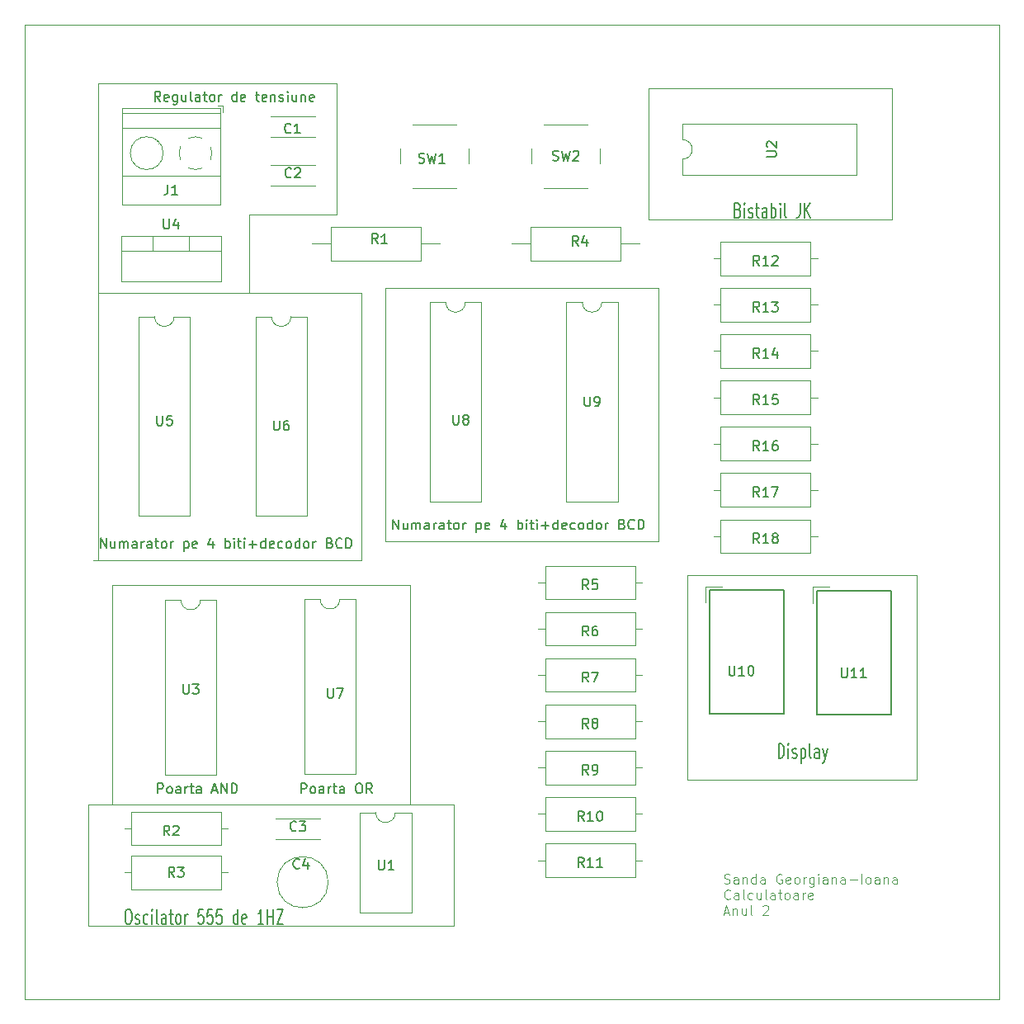
<source format=gbr>
%TF.GenerationSoftware,KiCad,Pcbnew,8.0.2*%
%TF.CreationDate,2024-05-14T19:41:18+03:00*%
%TF.ProjectId,PCB1,50434231-2e6b-4696-9361-645f70636258,rev?*%
%TF.SameCoordinates,Original*%
%TF.FileFunction,Legend,Top*%
%TF.FilePolarity,Positive*%
%FSLAX46Y46*%
G04 Gerber Fmt 4.6, Leading zero omitted, Abs format (unit mm)*
G04 Created by KiCad (PCBNEW 8.0.2) date 2024-05-14 19:41:18*
%MOMM*%
%LPD*%
G01*
G04 APERTURE LIST*
%ADD10C,0.100000*%
%ADD11C,0.150000*%
%ADD12C,0.120000*%
G04 APERTURE END LIST*
D10*
X203256265Y-120104912D02*
X203399122Y-120152531D01*
X203399122Y-120152531D02*
X203637217Y-120152531D01*
X203637217Y-120152531D02*
X203732455Y-120104912D01*
X203732455Y-120104912D02*
X203780074Y-120057292D01*
X203780074Y-120057292D02*
X203827693Y-119962054D01*
X203827693Y-119962054D02*
X203827693Y-119866816D01*
X203827693Y-119866816D02*
X203780074Y-119771578D01*
X203780074Y-119771578D02*
X203732455Y-119723959D01*
X203732455Y-119723959D02*
X203637217Y-119676340D01*
X203637217Y-119676340D02*
X203446741Y-119628721D01*
X203446741Y-119628721D02*
X203351503Y-119581102D01*
X203351503Y-119581102D02*
X203303884Y-119533483D01*
X203303884Y-119533483D02*
X203256265Y-119438245D01*
X203256265Y-119438245D02*
X203256265Y-119343007D01*
X203256265Y-119343007D02*
X203303884Y-119247769D01*
X203303884Y-119247769D02*
X203351503Y-119200150D01*
X203351503Y-119200150D02*
X203446741Y-119152531D01*
X203446741Y-119152531D02*
X203684836Y-119152531D01*
X203684836Y-119152531D02*
X203827693Y-119200150D01*
X204684836Y-120152531D02*
X204684836Y-119628721D01*
X204684836Y-119628721D02*
X204637217Y-119533483D01*
X204637217Y-119533483D02*
X204541979Y-119485864D01*
X204541979Y-119485864D02*
X204351503Y-119485864D01*
X204351503Y-119485864D02*
X204256265Y-119533483D01*
X204684836Y-120104912D02*
X204589598Y-120152531D01*
X204589598Y-120152531D02*
X204351503Y-120152531D01*
X204351503Y-120152531D02*
X204256265Y-120104912D01*
X204256265Y-120104912D02*
X204208646Y-120009673D01*
X204208646Y-120009673D02*
X204208646Y-119914435D01*
X204208646Y-119914435D02*
X204256265Y-119819197D01*
X204256265Y-119819197D02*
X204351503Y-119771578D01*
X204351503Y-119771578D02*
X204589598Y-119771578D01*
X204589598Y-119771578D02*
X204684836Y-119723959D01*
X205161027Y-119485864D02*
X205161027Y-120152531D01*
X205161027Y-119581102D02*
X205208646Y-119533483D01*
X205208646Y-119533483D02*
X205303884Y-119485864D01*
X205303884Y-119485864D02*
X205446741Y-119485864D01*
X205446741Y-119485864D02*
X205541979Y-119533483D01*
X205541979Y-119533483D02*
X205589598Y-119628721D01*
X205589598Y-119628721D02*
X205589598Y-120152531D01*
X206494360Y-120152531D02*
X206494360Y-119152531D01*
X206494360Y-120104912D02*
X206399122Y-120152531D01*
X206399122Y-120152531D02*
X206208646Y-120152531D01*
X206208646Y-120152531D02*
X206113408Y-120104912D01*
X206113408Y-120104912D02*
X206065789Y-120057292D01*
X206065789Y-120057292D02*
X206018170Y-119962054D01*
X206018170Y-119962054D02*
X206018170Y-119676340D01*
X206018170Y-119676340D02*
X206065789Y-119581102D01*
X206065789Y-119581102D02*
X206113408Y-119533483D01*
X206113408Y-119533483D02*
X206208646Y-119485864D01*
X206208646Y-119485864D02*
X206399122Y-119485864D01*
X206399122Y-119485864D02*
X206494360Y-119533483D01*
X207399122Y-120152531D02*
X207399122Y-119628721D01*
X207399122Y-119628721D02*
X207351503Y-119533483D01*
X207351503Y-119533483D02*
X207256265Y-119485864D01*
X207256265Y-119485864D02*
X207065789Y-119485864D01*
X207065789Y-119485864D02*
X206970551Y-119533483D01*
X207399122Y-120104912D02*
X207303884Y-120152531D01*
X207303884Y-120152531D02*
X207065789Y-120152531D01*
X207065789Y-120152531D02*
X206970551Y-120104912D01*
X206970551Y-120104912D02*
X206922932Y-120009673D01*
X206922932Y-120009673D02*
X206922932Y-119914435D01*
X206922932Y-119914435D02*
X206970551Y-119819197D01*
X206970551Y-119819197D02*
X207065789Y-119771578D01*
X207065789Y-119771578D02*
X207303884Y-119771578D01*
X207303884Y-119771578D02*
X207399122Y-119723959D01*
X209161027Y-119200150D02*
X209065789Y-119152531D01*
X209065789Y-119152531D02*
X208922932Y-119152531D01*
X208922932Y-119152531D02*
X208780075Y-119200150D01*
X208780075Y-119200150D02*
X208684837Y-119295388D01*
X208684837Y-119295388D02*
X208637218Y-119390626D01*
X208637218Y-119390626D02*
X208589599Y-119581102D01*
X208589599Y-119581102D02*
X208589599Y-119723959D01*
X208589599Y-119723959D02*
X208637218Y-119914435D01*
X208637218Y-119914435D02*
X208684837Y-120009673D01*
X208684837Y-120009673D02*
X208780075Y-120104912D01*
X208780075Y-120104912D02*
X208922932Y-120152531D01*
X208922932Y-120152531D02*
X209018170Y-120152531D01*
X209018170Y-120152531D02*
X209161027Y-120104912D01*
X209161027Y-120104912D02*
X209208646Y-120057292D01*
X209208646Y-120057292D02*
X209208646Y-119723959D01*
X209208646Y-119723959D02*
X209018170Y-119723959D01*
X210018170Y-120104912D02*
X209922932Y-120152531D01*
X209922932Y-120152531D02*
X209732456Y-120152531D01*
X209732456Y-120152531D02*
X209637218Y-120104912D01*
X209637218Y-120104912D02*
X209589599Y-120009673D01*
X209589599Y-120009673D02*
X209589599Y-119628721D01*
X209589599Y-119628721D02*
X209637218Y-119533483D01*
X209637218Y-119533483D02*
X209732456Y-119485864D01*
X209732456Y-119485864D02*
X209922932Y-119485864D01*
X209922932Y-119485864D02*
X210018170Y-119533483D01*
X210018170Y-119533483D02*
X210065789Y-119628721D01*
X210065789Y-119628721D02*
X210065789Y-119723959D01*
X210065789Y-119723959D02*
X209589599Y-119819197D01*
X210637218Y-120152531D02*
X210541980Y-120104912D01*
X210541980Y-120104912D02*
X210494361Y-120057292D01*
X210494361Y-120057292D02*
X210446742Y-119962054D01*
X210446742Y-119962054D02*
X210446742Y-119676340D01*
X210446742Y-119676340D02*
X210494361Y-119581102D01*
X210494361Y-119581102D02*
X210541980Y-119533483D01*
X210541980Y-119533483D02*
X210637218Y-119485864D01*
X210637218Y-119485864D02*
X210780075Y-119485864D01*
X210780075Y-119485864D02*
X210875313Y-119533483D01*
X210875313Y-119533483D02*
X210922932Y-119581102D01*
X210922932Y-119581102D02*
X210970551Y-119676340D01*
X210970551Y-119676340D02*
X210970551Y-119962054D01*
X210970551Y-119962054D02*
X210922932Y-120057292D01*
X210922932Y-120057292D02*
X210875313Y-120104912D01*
X210875313Y-120104912D02*
X210780075Y-120152531D01*
X210780075Y-120152531D02*
X210637218Y-120152531D01*
X211399123Y-120152531D02*
X211399123Y-119485864D01*
X211399123Y-119676340D02*
X211446742Y-119581102D01*
X211446742Y-119581102D02*
X211494361Y-119533483D01*
X211494361Y-119533483D02*
X211589599Y-119485864D01*
X211589599Y-119485864D02*
X211684837Y-119485864D01*
X212446742Y-119485864D02*
X212446742Y-120295388D01*
X212446742Y-120295388D02*
X212399123Y-120390626D01*
X212399123Y-120390626D02*
X212351504Y-120438245D01*
X212351504Y-120438245D02*
X212256266Y-120485864D01*
X212256266Y-120485864D02*
X212113409Y-120485864D01*
X212113409Y-120485864D02*
X212018171Y-120438245D01*
X212446742Y-120104912D02*
X212351504Y-120152531D01*
X212351504Y-120152531D02*
X212161028Y-120152531D01*
X212161028Y-120152531D02*
X212065790Y-120104912D01*
X212065790Y-120104912D02*
X212018171Y-120057292D01*
X212018171Y-120057292D02*
X211970552Y-119962054D01*
X211970552Y-119962054D02*
X211970552Y-119676340D01*
X211970552Y-119676340D02*
X212018171Y-119581102D01*
X212018171Y-119581102D02*
X212065790Y-119533483D01*
X212065790Y-119533483D02*
X212161028Y-119485864D01*
X212161028Y-119485864D02*
X212351504Y-119485864D01*
X212351504Y-119485864D02*
X212446742Y-119533483D01*
X212922933Y-120152531D02*
X212922933Y-119485864D01*
X212922933Y-119152531D02*
X212875314Y-119200150D01*
X212875314Y-119200150D02*
X212922933Y-119247769D01*
X212922933Y-119247769D02*
X212970552Y-119200150D01*
X212970552Y-119200150D02*
X212922933Y-119152531D01*
X212922933Y-119152531D02*
X212922933Y-119247769D01*
X213827694Y-120152531D02*
X213827694Y-119628721D01*
X213827694Y-119628721D02*
X213780075Y-119533483D01*
X213780075Y-119533483D02*
X213684837Y-119485864D01*
X213684837Y-119485864D02*
X213494361Y-119485864D01*
X213494361Y-119485864D02*
X213399123Y-119533483D01*
X213827694Y-120104912D02*
X213732456Y-120152531D01*
X213732456Y-120152531D02*
X213494361Y-120152531D01*
X213494361Y-120152531D02*
X213399123Y-120104912D01*
X213399123Y-120104912D02*
X213351504Y-120009673D01*
X213351504Y-120009673D02*
X213351504Y-119914435D01*
X213351504Y-119914435D02*
X213399123Y-119819197D01*
X213399123Y-119819197D02*
X213494361Y-119771578D01*
X213494361Y-119771578D02*
X213732456Y-119771578D01*
X213732456Y-119771578D02*
X213827694Y-119723959D01*
X214303885Y-119485864D02*
X214303885Y-120152531D01*
X214303885Y-119581102D02*
X214351504Y-119533483D01*
X214351504Y-119533483D02*
X214446742Y-119485864D01*
X214446742Y-119485864D02*
X214589599Y-119485864D01*
X214589599Y-119485864D02*
X214684837Y-119533483D01*
X214684837Y-119533483D02*
X214732456Y-119628721D01*
X214732456Y-119628721D02*
X214732456Y-120152531D01*
X215637218Y-120152531D02*
X215637218Y-119628721D01*
X215637218Y-119628721D02*
X215589599Y-119533483D01*
X215589599Y-119533483D02*
X215494361Y-119485864D01*
X215494361Y-119485864D02*
X215303885Y-119485864D01*
X215303885Y-119485864D02*
X215208647Y-119533483D01*
X215637218Y-120104912D02*
X215541980Y-120152531D01*
X215541980Y-120152531D02*
X215303885Y-120152531D01*
X215303885Y-120152531D02*
X215208647Y-120104912D01*
X215208647Y-120104912D02*
X215161028Y-120009673D01*
X215161028Y-120009673D02*
X215161028Y-119914435D01*
X215161028Y-119914435D02*
X215208647Y-119819197D01*
X215208647Y-119819197D02*
X215303885Y-119771578D01*
X215303885Y-119771578D02*
X215541980Y-119771578D01*
X215541980Y-119771578D02*
X215637218Y-119723959D01*
X216113409Y-119771578D02*
X216875314Y-119771578D01*
X217351504Y-120152531D02*
X217351504Y-119152531D01*
X217970551Y-120152531D02*
X217875313Y-120104912D01*
X217875313Y-120104912D02*
X217827694Y-120057292D01*
X217827694Y-120057292D02*
X217780075Y-119962054D01*
X217780075Y-119962054D02*
X217780075Y-119676340D01*
X217780075Y-119676340D02*
X217827694Y-119581102D01*
X217827694Y-119581102D02*
X217875313Y-119533483D01*
X217875313Y-119533483D02*
X217970551Y-119485864D01*
X217970551Y-119485864D02*
X218113408Y-119485864D01*
X218113408Y-119485864D02*
X218208646Y-119533483D01*
X218208646Y-119533483D02*
X218256265Y-119581102D01*
X218256265Y-119581102D02*
X218303884Y-119676340D01*
X218303884Y-119676340D02*
X218303884Y-119962054D01*
X218303884Y-119962054D02*
X218256265Y-120057292D01*
X218256265Y-120057292D02*
X218208646Y-120104912D01*
X218208646Y-120104912D02*
X218113408Y-120152531D01*
X218113408Y-120152531D02*
X217970551Y-120152531D01*
X219161027Y-120152531D02*
X219161027Y-119628721D01*
X219161027Y-119628721D02*
X219113408Y-119533483D01*
X219113408Y-119533483D02*
X219018170Y-119485864D01*
X219018170Y-119485864D02*
X218827694Y-119485864D01*
X218827694Y-119485864D02*
X218732456Y-119533483D01*
X219161027Y-120104912D02*
X219065789Y-120152531D01*
X219065789Y-120152531D02*
X218827694Y-120152531D01*
X218827694Y-120152531D02*
X218732456Y-120104912D01*
X218732456Y-120104912D02*
X218684837Y-120009673D01*
X218684837Y-120009673D02*
X218684837Y-119914435D01*
X218684837Y-119914435D02*
X218732456Y-119819197D01*
X218732456Y-119819197D02*
X218827694Y-119771578D01*
X218827694Y-119771578D02*
X219065789Y-119771578D01*
X219065789Y-119771578D02*
X219161027Y-119723959D01*
X219637218Y-119485864D02*
X219637218Y-120152531D01*
X219637218Y-119581102D02*
X219684837Y-119533483D01*
X219684837Y-119533483D02*
X219780075Y-119485864D01*
X219780075Y-119485864D02*
X219922932Y-119485864D01*
X219922932Y-119485864D02*
X220018170Y-119533483D01*
X220018170Y-119533483D02*
X220065789Y-119628721D01*
X220065789Y-119628721D02*
X220065789Y-120152531D01*
X220970551Y-120152531D02*
X220970551Y-119628721D01*
X220970551Y-119628721D02*
X220922932Y-119533483D01*
X220922932Y-119533483D02*
X220827694Y-119485864D01*
X220827694Y-119485864D02*
X220637218Y-119485864D01*
X220637218Y-119485864D02*
X220541980Y-119533483D01*
X220970551Y-120104912D02*
X220875313Y-120152531D01*
X220875313Y-120152531D02*
X220637218Y-120152531D01*
X220637218Y-120152531D02*
X220541980Y-120104912D01*
X220541980Y-120104912D02*
X220494361Y-120009673D01*
X220494361Y-120009673D02*
X220494361Y-119914435D01*
X220494361Y-119914435D02*
X220541980Y-119819197D01*
X220541980Y-119819197D02*
X220637218Y-119771578D01*
X220637218Y-119771578D02*
X220875313Y-119771578D01*
X220875313Y-119771578D02*
X220970551Y-119723959D01*
X203875312Y-121667236D02*
X203827693Y-121714856D01*
X203827693Y-121714856D02*
X203684836Y-121762475D01*
X203684836Y-121762475D02*
X203589598Y-121762475D01*
X203589598Y-121762475D02*
X203446741Y-121714856D01*
X203446741Y-121714856D02*
X203351503Y-121619617D01*
X203351503Y-121619617D02*
X203303884Y-121524379D01*
X203303884Y-121524379D02*
X203256265Y-121333903D01*
X203256265Y-121333903D02*
X203256265Y-121191046D01*
X203256265Y-121191046D02*
X203303884Y-121000570D01*
X203303884Y-121000570D02*
X203351503Y-120905332D01*
X203351503Y-120905332D02*
X203446741Y-120810094D01*
X203446741Y-120810094D02*
X203589598Y-120762475D01*
X203589598Y-120762475D02*
X203684836Y-120762475D01*
X203684836Y-120762475D02*
X203827693Y-120810094D01*
X203827693Y-120810094D02*
X203875312Y-120857713D01*
X204732455Y-121762475D02*
X204732455Y-121238665D01*
X204732455Y-121238665D02*
X204684836Y-121143427D01*
X204684836Y-121143427D02*
X204589598Y-121095808D01*
X204589598Y-121095808D02*
X204399122Y-121095808D01*
X204399122Y-121095808D02*
X204303884Y-121143427D01*
X204732455Y-121714856D02*
X204637217Y-121762475D01*
X204637217Y-121762475D02*
X204399122Y-121762475D01*
X204399122Y-121762475D02*
X204303884Y-121714856D01*
X204303884Y-121714856D02*
X204256265Y-121619617D01*
X204256265Y-121619617D02*
X204256265Y-121524379D01*
X204256265Y-121524379D02*
X204303884Y-121429141D01*
X204303884Y-121429141D02*
X204399122Y-121381522D01*
X204399122Y-121381522D02*
X204637217Y-121381522D01*
X204637217Y-121381522D02*
X204732455Y-121333903D01*
X205351503Y-121762475D02*
X205256265Y-121714856D01*
X205256265Y-121714856D02*
X205208646Y-121619617D01*
X205208646Y-121619617D02*
X205208646Y-120762475D01*
X206161027Y-121714856D02*
X206065789Y-121762475D01*
X206065789Y-121762475D02*
X205875313Y-121762475D01*
X205875313Y-121762475D02*
X205780075Y-121714856D01*
X205780075Y-121714856D02*
X205732456Y-121667236D01*
X205732456Y-121667236D02*
X205684837Y-121571998D01*
X205684837Y-121571998D02*
X205684837Y-121286284D01*
X205684837Y-121286284D02*
X205732456Y-121191046D01*
X205732456Y-121191046D02*
X205780075Y-121143427D01*
X205780075Y-121143427D02*
X205875313Y-121095808D01*
X205875313Y-121095808D02*
X206065789Y-121095808D01*
X206065789Y-121095808D02*
X206161027Y-121143427D01*
X207018170Y-121095808D02*
X207018170Y-121762475D01*
X206589599Y-121095808D02*
X206589599Y-121619617D01*
X206589599Y-121619617D02*
X206637218Y-121714856D01*
X206637218Y-121714856D02*
X206732456Y-121762475D01*
X206732456Y-121762475D02*
X206875313Y-121762475D01*
X206875313Y-121762475D02*
X206970551Y-121714856D01*
X206970551Y-121714856D02*
X207018170Y-121667236D01*
X207637218Y-121762475D02*
X207541980Y-121714856D01*
X207541980Y-121714856D02*
X207494361Y-121619617D01*
X207494361Y-121619617D02*
X207494361Y-120762475D01*
X208446742Y-121762475D02*
X208446742Y-121238665D01*
X208446742Y-121238665D02*
X208399123Y-121143427D01*
X208399123Y-121143427D02*
X208303885Y-121095808D01*
X208303885Y-121095808D02*
X208113409Y-121095808D01*
X208113409Y-121095808D02*
X208018171Y-121143427D01*
X208446742Y-121714856D02*
X208351504Y-121762475D01*
X208351504Y-121762475D02*
X208113409Y-121762475D01*
X208113409Y-121762475D02*
X208018171Y-121714856D01*
X208018171Y-121714856D02*
X207970552Y-121619617D01*
X207970552Y-121619617D02*
X207970552Y-121524379D01*
X207970552Y-121524379D02*
X208018171Y-121429141D01*
X208018171Y-121429141D02*
X208113409Y-121381522D01*
X208113409Y-121381522D02*
X208351504Y-121381522D01*
X208351504Y-121381522D02*
X208446742Y-121333903D01*
X208780076Y-121095808D02*
X209161028Y-121095808D01*
X208922933Y-120762475D02*
X208922933Y-121619617D01*
X208922933Y-121619617D02*
X208970552Y-121714856D01*
X208970552Y-121714856D02*
X209065790Y-121762475D01*
X209065790Y-121762475D02*
X209161028Y-121762475D01*
X209637219Y-121762475D02*
X209541981Y-121714856D01*
X209541981Y-121714856D02*
X209494362Y-121667236D01*
X209494362Y-121667236D02*
X209446743Y-121571998D01*
X209446743Y-121571998D02*
X209446743Y-121286284D01*
X209446743Y-121286284D02*
X209494362Y-121191046D01*
X209494362Y-121191046D02*
X209541981Y-121143427D01*
X209541981Y-121143427D02*
X209637219Y-121095808D01*
X209637219Y-121095808D02*
X209780076Y-121095808D01*
X209780076Y-121095808D02*
X209875314Y-121143427D01*
X209875314Y-121143427D02*
X209922933Y-121191046D01*
X209922933Y-121191046D02*
X209970552Y-121286284D01*
X209970552Y-121286284D02*
X209970552Y-121571998D01*
X209970552Y-121571998D02*
X209922933Y-121667236D01*
X209922933Y-121667236D02*
X209875314Y-121714856D01*
X209875314Y-121714856D02*
X209780076Y-121762475D01*
X209780076Y-121762475D02*
X209637219Y-121762475D01*
X210827695Y-121762475D02*
X210827695Y-121238665D01*
X210827695Y-121238665D02*
X210780076Y-121143427D01*
X210780076Y-121143427D02*
X210684838Y-121095808D01*
X210684838Y-121095808D02*
X210494362Y-121095808D01*
X210494362Y-121095808D02*
X210399124Y-121143427D01*
X210827695Y-121714856D02*
X210732457Y-121762475D01*
X210732457Y-121762475D02*
X210494362Y-121762475D01*
X210494362Y-121762475D02*
X210399124Y-121714856D01*
X210399124Y-121714856D02*
X210351505Y-121619617D01*
X210351505Y-121619617D02*
X210351505Y-121524379D01*
X210351505Y-121524379D02*
X210399124Y-121429141D01*
X210399124Y-121429141D02*
X210494362Y-121381522D01*
X210494362Y-121381522D02*
X210732457Y-121381522D01*
X210732457Y-121381522D02*
X210827695Y-121333903D01*
X211303886Y-121762475D02*
X211303886Y-121095808D01*
X211303886Y-121286284D02*
X211351505Y-121191046D01*
X211351505Y-121191046D02*
X211399124Y-121143427D01*
X211399124Y-121143427D02*
X211494362Y-121095808D01*
X211494362Y-121095808D02*
X211589600Y-121095808D01*
X212303886Y-121714856D02*
X212208648Y-121762475D01*
X212208648Y-121762475D02*
X212018172Y-121762475D01*
X212018172Y-121762475D02*
X211922934Y-121714856D01*
X211922934Y-121714856D02*
X211875315Y-121619617D01*
X211875315Y-121619617D02*
X211875315Y-121238665D01*
X211875315Y-121238665D02*
X211922934Y-121143427D01*
X211922934Y-121143427D02*
X212018172Y-121095808D01*
X212018172Y-121095808D02*
X212208648Y-121095808D01*
X212208648Y-121095808D02*
X212303886Y-121143427D01*
X212303886Y-121143427D02*
X212351505Y-121238665D01*
X212351505Y-121238665D02*
X212351505Y-121333903D01*
X212351505Y-121333903D02*
X211875315Y-121429141D01*
X203256265Y-123086704D02*
X203732455Y-123086704D01*
X203161027Y-123372419D02*
X203494360Y-122372419D01*
X203494360Y-122372419D02*
X203827693Y-123372419D01*
X204161027Y-122705752D02*
X204161027Y-123372419D01*
X204161027Y-122800990D02*
X204208646Y-122753371D01*
X204208646Y-122753371D02*
X204303884Y-122705752D01*
X204303884Y-122705752D02*
X204446741Y-122705752D01*
X204446741Y-122705752D02*
X204541979Y-122753371D01*
X204541979Y-122753371D02*
X204589598Y-122848609D01*
X204589598Y-122848609D02*
X204589598Y-123372419D01*
X205494360Y-122705752D02*
X205494360Y-123372419D01*
X205065789Y-122705752D02*
X205065789Y-123229561D01*
X205065789Y-123229561D02*
X205113408Y-123324800D01*
X205113408Y-123324800D02*
X205208646Y-123372419D01*
X205208646Y-123372419D02*
X205351503Y-123372419D01*
X205351503Y-123372419D02*
X205446741Y-123324800D01*
X205446741Y-123324800D02*
X205494360Y-123277180D01*
X206113408Y-123372419D02*
X206018170Y-123324800D01*
X206018170Y-123324800D02*
X205970551Y-123229561D01*
X205970551Y-123229561D02*
X205970551Y-122372419D01*
X207208647Y-122467657D02*
X207256266Y-122420038D01*
X207256266Y-122420038D02*
X207351504Y-122372419D01*
X207351504Y-122372419D02*
X207589599Y-122372419D01*
X207589599Y-122372419D02*
X207684837Y-122420038D01*
X207684837Y-122420038D02*
X207732456Y-122467657D01*
X207732456Y-122467657D02*
X207780075Y-122562895D01*
X207780075Y-122562895D02*
X207780075Y-122658133D01*
X207780075Y-122658133D02*
X207732456Y-122800990D01*
X207732456Y-122800990D02*
X207161028Y-123372419D01*
X207161028Y-123372419D02*
X207780075Y-123372419D01*
X175500000Y-112000000D02*
X171000000Y-112000000D01*
X175500000Y-124500000D02*
X175500000Y-112000000D01*
X138000000Y-124500000D02*
X175500000Y-124500000D01*
X138000000Y-112000000D02*
X138000000Y-124500000D01*
X140500000Y-112000000D02*
X138000000Y-112000000D01*
X139000000Y-87000000D02*
X139000000Y-59500000D01*
X166000000Y-87000000D02*
X138500000Y-87000000D01*
X166000000Y-59500000D02*
X166000000Y-87000000D01*
X164500000Y-59500000D02*
X166000000Y-59500000D01*
X154500000Y-59500000D02*
X164500000Y-59500000D01*
X139000000Y-38000000D02*
X139500000Y-38000000D01*
X139000000Y-59500000D02*
X139000000Y-38000000D01*
X154500000Y-59500000D02*
X139000000Y-59500000D01*
X154500000Y-51500000D02*
X154500000Y-59500000D01*
X163500000Y-51500000D02*
X154500000Y-51500000D01*
X163500000Y-38000000D02*
X163500000Y-51500000D01*
X139500000Y-38000000D02*
X163500000Y-38000000D01*
X131500000Y-32000000D02*
X231500000Y-32000000D01*
X231500000Y-132000000D01*
X131500000Y-132000000D01*
X131500000Y-32000000D01*
X168500000Y-59000000D02*
X196500000Y-59000000D01*
X196500000Y-85000000D01*
X168500000Y-85000000D01*
X168500000Y-59000000D01*
X195500000Y-38500000D02*
X220500000Y-38500000D01*
X220500000Y-52000000D01*
X195500000Y-52000000D01*
X195500000Y-38500000D01*
X199500000Y-88460000D02*
X223000000Y-88460000D01*
X223000000Y-109460000D01*
X199500000Y-109460000D01*
X199500000Y-88460000D01*
X140500000Y-89500000D02*
X171000000Y-89500000D01*
X171000000Y-112000000D01*
X140500000Y-112000000D01*
X140500000Y-89500000D01*
D11*
X145408207Y-39869819D02*
X145074874Y-39393628D01*
X144836779Y-39869819D02*
X144836779Y-38869819D01*
X144836779Y-38869819D02*
X145217731Y-38869819D01*
X145217731Y-38869819D02*
X145312969Y-38917438D01*
X145312969Y-38917438D02*
X145360588Y-38965057D01*
X145360588Y-38965057D02*
X145408207Y-39060295D01*
X145408207Y-39060295D02*
X145408207Y-39203152D01*
X145408207Y-39203152D02*
X145360588Y-39298390D01*
X145360588Y-39298390D02*
X145312969Y-39346009D01*
X145312969Y-39346009D02*
X145217731Y-39393628D01*
X145217731Y-39393628D02*
X144836779Y-39393628D01*
X146217731Y-39822200D02*
X146122493Y-39869819D01*
X146122493Y-39869819D02*
X145932017Y-39869819D01*
X145932017Y-39869819D02*
X145836779Y-39822200D01*
X145836779Y-39822200D02*
X145789160Y-39726961D01*
X145789160Y-39726961D02*
X145789160Y-39346009D01*
X145789160Y-39346009D02*
X145836779Y-39250771D01*
X145836779Y-39250771D02*
X145932017Y-39203152D01*
X145932017Y-39203152D02*
X146122493Y-39203152D01*
X146122493Y-39203152D02*
X146217731Y-39250771D01*
X146217731Y-39250771D02*
X146265350Y-39346009D01*
X146265350Y-39346009D02*
X146265350Y-39441247D01*
X146265350Y-39441247D02*
X145789160Y-39536485D01*
X147122493Y-39203152D02*
X147122493Y-40012676D01*
X147122493Y-40012676D02*
X147074874Y-40107914D01*
X147074874Y-40107914D02*
X147027255Y-40155533D01*
X147027255Y-40155533D02*
X146932017Y-40203152D01*
X146932017Y-40203152D02*
X146789160Y-40203152D01*
X146789160Y-40203152D02*
X146693922Y-40155533D01*
X147122493Y-39822200D02*
X147027255Y-39869819D01*
X147027255Y-39869819D02*
X146836779Y-39869819D01*
X146836779Y-39869819D02*
X146741541Y-39822200D01*
X146741541Y-39822200D02*
X146693922Y-39774580D01*
X146693922Y-39774580D02*
X146646303Y-39679342D01*
X146646303Y-39679342D02*
X146646303Y-39393628D01*
X146646303Y-39393628D02*
X146693922Y-39298390D01*
X146693922Y-39298390D02*
X146741541Y-39250771D01*
X146741541Y-39250771D02*
X146836779Y-39203152D01*
X146836779Y-39203152D02*
X147027255Y-39203152D01*
X147027255Y-39203152D02*
X147122493Y-39250771D01*
X148027255Y-39203152D02*
X148027255Y-39869819D01*
X147598684Y-39203152D02*
X147598684Y-39726961D01*
X147598684Y-39726961D02*
X147646303Y-39822200D01*
X147646303Y-39822200D02*
X147741541Y-39869819D01*
X147741541Y-39869819D02*
X147884398Y-39869819D01*
X147884398Y-39869819D02*
X147979636Y-39822200D01*
X147979636Y-39822200D02*
X148027255Y-39774580D01*
X148646303Y-39869819D02*
X148551065Y-39822200D01*
X148551065Y-39822200D02*
X148503446Y-39726961D01*
X148503446Y-39726961D02*
X148503446Y-38869819D01*
X149455827Y-39869819D02*
X149455827Y-39346009D01*
X149455827Y-39346009D02*
X149408208Y-39250771D01*
X149408208Y-39250771D02*
X149312970Y-39203152D01*
X149312970Y-39203152D02*
X149122494Y-39203152D01*
X149122494Y-39203152D02*
X149027256Y-39250771D01*
X149455827Y-39822200D02*
X149360589Y-39869819D01*
X149360589Y-39869819D02*
X149122494Y-39869819D01*
X149122494Y-39869819D02*
X149027256Y-39822200D01*
X149027256Y-39822200D02*
X148979637Y-39726961D01*
X148979637Y-39726961D02*
X148979637Y-39631723D01*
X148979637Y-39631723D02*
X149027256Y-39536485D01*
X149027256Y-39536485D02*
X149122494Y-39488866D01*
X149122494Y-39488866D02*
X149360589Y-39488866D01*
X149360589Y-39488866D02*
X149455827Y-39441247D01*
X149789161Y-39203152D02*
X150170113Y-39203152D01*
X149932018Y-38869819D02*
X149932018Y-39726961D01*
X149932018Y-39726961D02*
X149979637Y-39822200D01*
X149979637Y-39822200D02*
X150074875Y-39869819D01*
X150074875Y-39869819D02*
X150170113Y-39869819D01*
X150646304Y-39869819D02*
X150551066Y-39822200D01*
X150551066Y-39822200D02*
X150503447Y-39774580D01*
X150503447Y-39774580D02*
X150455828Y-39679342D01*
X150455828Y-39679342D02*
X150455828Y-39393628D01*
X150455828Y-39393628D02*
X150503447Y-39298390D01*
X150503447Y-39298390D02*
X150551066Y-39250771D01*
X150551066Y-39250771D02*
X150646304Y-39203152D01*
X150646304Y-39203152D02*
X150789161Y-39203152D01*
X150789161Y-39203152D02*
X150884399Y-39250771D01*
X150884399Y-39250771D02*
X150932018Y-39298390D01*
X150932018Y-39298390D02*
X150979637Y-39393628D01*
X150979637Y-39393628D02*
X150979637Y-39679342D01*
X150979637Y-39679342D02*
X150932018Y-39774580D01*
X150932018Y-39774580D02*
X150884399Y-39822200D01*
X150884399Y-39822200D02*
X150789161Y-39869819D01*
X150789161Y-39869819D02*
X150646304Y-39869819D01*
X151408209Y-39869819D02*
X151408209Y-39203152D01*
X151408209Y-39393628D02*
X151455828Y-39298390D01*
X151455828Y-39298390D02*
X151503447Y-39250771D01*
X151503447Y-39250771D02*
X151598685Y-39203152D01*
X151598685Y-39203152D02*
X151693923Y-39203152D01*
X153217733Y-39869819D02*
X153217733Y-38869819D01*
X153217733Y-39822200D02*
X153122495Y-39869819D01*
X153122495Y-39869819D02*
X152932019Y-39869819D01*
X152932019Y-39869819D02*
X152836781Y-39822200D01*
X152836781Y-39822200D02*
X152789162Y-39774580D01*
X152789162Y-39774580D02*
X152741543Y-39679342D01*
X152741543Y-39679342D02*
X152741543Y-39393628D01*
X152741543Y-39393628D02*
X152789162Y-39298390D01*
X152789162Y-39298390D02*
X152836781Y-39250771D01*
X152836781Y-39250771D02*
X152932019Y-39203152D01*
X152932019Y-39203152D02*
X153122495Y-39203152D01*
X153122495Y-39203152D02*
X153217733Y-39250771D01*
X154074876Y-39822200D02*
X153979638Y-39869819D01*
X153979638Y-39869819D02*
X153789162Y-39869819D01*
X153789162Y-39869819D02*
X153693924Y-39822200D01*
X153693924Y-39822200D02*
X153646305Y-39726961D01*
X153646305Y-39726961D02*
X153646305Y-39346009D01*
X153646305Y-39346009D02*
X153693924Y-39250771D01*
X153693924Y-39250771D02*
X153789162Y-39203152D01*
X153789162Y-39203152D02*
X153979638Y-39203152D01*
X153979638Y-39203152D02*
X154074876Y-39250771D01*
X154074876Y-39250771D02*
X154122495Y-39346009D01*
X154122495Y-39346009D02*
X154122495Y-39441247D01*
X154122495Y-39441247D02*
X153646305Y-39536485D01*
X155170115Y-39203152D02*
X155551067Y-39203152D01*
X155312972Y-38869819D02*
X155312972Y-39726961D01*
X155312972Y-39726961D02*
X155360591Y-39822200D01*
X155360591Y-39822200D02*
X155455829Y-39869819D01*
X155455829Y-39869819D02*
X155551067Y-39869819D01*
X156265353Y-39822200D02*
X156170115Y-39869819D01*
X156170115Y-39869819D02*
X155979639Y-39869819D01*
X155979639Y-39869819D02*
X155884401Y-39822200D01*
X155884401Y-39822200D02*
X155836782Y-39726961D01*
X155836782Y-39726961D02*
X155836782Y-39346009D01*
X155836782Y-39346009D02*
X155884401Y-39250771D01*
X155884401Y-39250771D02*
X155979639Y-39203152D01*
X155979639Y-39203152D02*
X156170115Y-39203152D01*
X156170115Y-39203152D02*
X156265353Y-39250771D01*
X156265353Y-39250771D02*
X156312972Y-39346009D01*
X156312972Y-39346009D02*
X156312972Y-39441247D01*
X156312972Y-39441247D02*
X155836782Y-39536485D01*
X156741544Y-39203152D02*
X156741544Y-39869819D01*
X156741544Y-39298390D02*
X156789163Y-39250771D01*
X156789163Y-39250771D02*
X156884401Y-39203152D01*
X156884401Y-39203152D02*
X157027258Y-39203152D01*
X157027258Y-39203152D02*
X157122496Y-39250771D01*
X157122496Y-39250771D02*
X157170115Y-39346009D01*
X157170115Y-39346009D02*
X157170115Y-39869819D01*
X157598687Y-39822200D02*
X157693925Y-39869819D01*
X157693925Y-39869819D02*
X157884401Y-39869819D01*
X157884401Y-39869819D02*
X157979639Y-39822200D01*
X157979639Y-39822200D02*
X158027258Y-39726961D01*
X158027258Y-39726961D02*
X158027258Y-39679342D01*
X158027258Y-39679342D02*
X157979639Y-39584104D01*
X157979639Y-39584104D02*
X157884401Y-39536485D01*
X157884401Y-39536485D02*
X157741544Y-39536485D01*
X157741544Y-39536485D02*
X157646306Y-39488866D01*
X157646306Y-39488866D02*
X157598687Y-39393628D01*
X157598687Y-39393628D02*
X157598687Y-39346009D01*
X157598687Y-39346009D02*
X157646306Y-39250771D01*
X157646306Y-39250771D02*
X157741544Y-39203152D01*
X157741544Y-39203152D02*
X157884401Y-39203152D01*
X157884401Y-39203152D02*
X157979639Y-39250771D01*
X158455830Y-39869819D02*
X158455830Y-39203152D01*
X158455830Y-38869819D02*
X158408211Y-38917438D01*
X158408211Y-38917438D02*
X158455830Y-38965057D01*
X158455830Y-38965057D02*
X158503449Y-38917438D01*
X158503449Y-38917438D02*
X158455830Y-38869819D01*
X158455830Y-38869819D02*
X158455830Y-38965057D01*
X159360591Y-39203152D02*
X159360591Y-39869819D01*
X158932020Y-39203152D02*
X158932020Y-39726961D01*
X158932020Y-39726961D02*
X158979639Y-39822200D01*
X158979639Y-39822200D02*
X159074877Y-39869819D01*
X159074877Y-39869819D02*
X159217734Y-39869819D01*
X159217734Y-39869819D02*
X159312972Y-39822200D01*
X159312972Y-39822200D02*
X159360591Y-39774580D01*
X159836782Y-39203152D02*
X159836782Y-39869819D01*
X159836782Y-39298390D02*
X159884401Y-39250771D01*
X159884401Y-39250771D02*
X159979639Y-39203152D01*
X159979639Y-39203152D02*
X160122496Y-39203152D01*
X160122496Y-39203152D02*
X160217734Y-39250771D01*
X160217734Y-39250771D02*
X160265353Y-39346009D01*
X160265353Y-39346009D02*
X160265353Y-39869819D01*
X161122496Y-39822200D02*
X161027258Y-39869819D01*
X161027258Y-39869819D02*
X160836782Y-39869819D01*
X160836782Y-39869819D02*
X160741544Y-39822200D01*
X160741544Y-39822200D02*
X160693925Y-39726961D01*
X160693925Y-39726961D02*
X160693925Y-39346009D01*
X160693925Y-39346009D02*
X160741544Y-39250771D01*
X160741544Y-39250771D02*
X160836782Y-39203152D01*
X160836782Y-39203152D02*
X161027258Y-39203152D01*
X161027258Y-39203152D02*
X161122496Y-39250771D01*
X161122496Y-39250771D02*
X161170115Y-39346009D01*
X161170115Y-39346009D02*
X161170115Y-39441247D01*
X161170115Y-39441247D02*
X160693925Y-39536485D01*
X142027255Y-122808628D02*
X142217731Y-122808628D01*
X142217731Y-122808628D02*
X142312969Y-122880057D01*
X142312969Y-122880057D02*
X142408207Y-123022914D01*
X142408207Y-123022914D02*
X142455826Y-123308628D01*
X142455826Y-123308628D02*
X142455826Y-123808628D01*
X142455826Y-123808628D02*
X142408207Y-124094342D01*
X142408207Y-124094342D02*
X142312969Y-124237200D01*
X142312969Y-124237200D02*
X142217731Y-124308628D01*
X142217731Y-124308628D02*
X142027255Y-124308628D01*
X142027255Y-124308628D02*
X141932017Y-124237200D01*
X141932017Y-124237200D02*
X141836779Y-124094342D01*
X141836779Y-124094342D02*
X141789160Y-123808628D01*
X141789160Y-123808628D02*
X141789160Y-123308628D01*
X141789160Y-123308628D02*
X141836779Y-123022914D01*
X141836779Y-123022914D02*
X141932017Y-122880057D01*
X141932017Y-122880057D02*
X142027255Y-122808628D01*
X142836779Y-124237200D02*
X142932017Y-124308628D01*
X142932017Y-124308628D02*
X143122493Y-124308628D01*
X143122493Y-124308628D02*
X143217731Y-124237200D01*
X143217731Y-124237200D02*
X143265350Y-124094342D01*
X143265350Y-124094342D02*
X143265350Y-124022914D01*
X143265350Y-124022914D02*
X143217731Y-123880057D01*
X143217731Y-123880057D02*
X143122493Y-123808628D01*
X143122493Y-123808628D02*
X142979636Y-123808628D01*
X142979636Y-123808628D02*
X142884398Y-123737200D01*
X142884398Y-123737200D02*
X142836779Y-123594342D01*
X142836779Y-123594342D02*
X142836779Y-123522914D01*
X142836779Y-123522914D02*
X142884398Y-123380057D01*
X142884398Y-123380057D02*
X142979636Y-123308628D01*
X142979636Y-123308628D02*
X143122493Y-123308628D01*
X143122493Y-123308628D02*
X143217731Y-123380057D01*
X144122493Y-124237200D02*
X144027255Y-124308628D01*
X144027255Y-124308628D02*
X143836779Y-124308628D01*
X143836779Y-124308628D02*
X143741541Y-124237200D01*
X143741541Y-124237200D02*
X143693922Y-124165771D01*
X143693922Y-124165771D02*
X143646303Y-124022914D01*
X143646303Y-124022914D02*
X143646303Y-123594342D01*
X143646303Y-123594342D02*
X143693922Y-123451485D01*
X143693922Y-123451485D02*
X143741541Y-123380057D01*
X143741541Y-123380057D02*
X143836779Y-123308628D01*
X143836779Y-123308628D02*
X144027255Y-123308628D01*
X144027255Y-123308628D02*
X144122493Y-123380057D01*
X144551065Y-124308628D02*
X144551065Y-123308628D01*
X144551065Y-122808628D02*
X144503446Y-122880057D01*
X144503446Y-122880057D02*
X144551065Y-122951485D01*
X144551065Y-122951485D02*
X144598684Y-122880057D01*
X144598684Y-122880057D02*
X144551065Y-122808628D01*
X144551065Y-122808628D02*
X144551065Y-122951485D01*
X145170112Y-124308628D02*
X145074874Y-124237200D01*
X145074874Y-124237200D02*
X145027255Y-124094342D01*
X145027255Y-124094342D02*
X145027255Y-122808628D01*
X145979636Y-124308628D02*
X145979636Y-123522914D01*
X145979636Y-123522914D02*
X145932017Y-123380057D01*
X145932017Y-123380057D02*
X145836779Y-123308628D01*
X145836779Y-123308628D02*
X145646303Y-123308628D01*
X145646303Y-123308628D02*
X145551065Y-123380057D01*
X145979636Y-124237200D02*
X145884398Y-124308628D01*
X145884398Y-124308628D02*
X145646303Y-124308628D01*
X145646303Y-124308628D02*
X145551065Y-124237200D01*
X145551065Y-124237200D02*
X145503446Y-124094342D01*
X145503446Y-124094342D02*
X145503446Y-123951485D01*
X145503446Y-123951485D02*
X145551065Y-123808628D01*
X145551065Y-123808628D02*
X145646303Y-123737200D01*
X145646303Y-123737200D02*
X145884398Y-123737200D01*
X145884398Y-123737200D02*
X145979636Y-123665771D01*
X146312970Y-123308628D02*
X146693922Y-123308628D01*
X146455827Y-122808628D02*
X146455827Y-124094342D01*
X146455827Y-124094342D02*
X146503446Y-124237200D01*
X146503446Y-124237200D02*
X146598684Y-124308628D01*
X146598684Y-124308628D02*
X146693922Y-124308628D01*
X147170113Y-124308628D02*
X147074875Y-124237200D01*
X147074875Y-124237200D02*
X147027256Y-124165771D01*
X147027256Y-124165771D02*
X146979637Y-124022914D01*
X146979637Y-124022914D02*
X146979637Y-123594342D01*
X146979637Y-123594342D02*
X147027256Y-123451485D01*
X147027256Y-123451485D02*
X147074875Y-123380057D01*
X147074875Y-123380057D02*
X147170113Y-123308628D01*
X147170113Y-123308628D02*
X147312970Y-123308628D01*
X147312970Y-123308628D02*
X147408208Y-123380057D01*
X147408208Y-123380057D02*
X147455827Y-123451485D01*
X147455827Y-123451485D02*
X147503446Y-123594342D01*
X147503446Y-123594342D02*
X147503446Y-124022914D01*
X147503446Y-124022914D02*
X147455827Y-124165771D01*
X147455827Y-124165771D02*
X147408208Y-124237200D01*
X147408208Y-124237200D02*
X147312970Y-124308628D01*
X147312970Y-124308628D02*
X147170113Y-124308628D01*
X147932018Y-124308628D02*
X147932018Y-123308628D01*
X147932018Y-123594342D02*
X147979637Y-123451485D01*
X147979637Y-123451485D02*
X148027256Y-123380057D01*
X148027256Y-123380057D02*
X148122494Y-123308628D01*
X148122494Y-123308628D02*
X148217732Y-123308628D01*
X149789161Y-122808628D02*
X149312971Y-122808628D01*
X149312971Y-122808628D02*
X149265352Y-123522914D01*
X149265352Y-123522914D02*
X149312971Y-123451485D01*
X149312971Y-123451485D02*
X149408209Y-123380057D01*
X149408209Y-123380057D02*
X149646304Y-123380057D01*
X149646304Y-123380057D02*
X149741542Y-123451485D01*
X149741542Y-123451485D02*
X149789161Y-123522914D01*
X149789161Y-123522914D02*
X149836780Y-123665771D01*
X149836780Y-123665771D02*
X149836780Y-124022914D01*
X149836780Y-124022914D02*
X149789161Y-124165771D01*
X149789161Y-124165771D02*
X149741542Y-124237200D01*
X149741542Y-124237200D02*
X149646304Y-124308628D01*
X149646304Y-124308628D02*
X149408209Y-124308628D01*
X149408209Y-124308628D02*
X149312971Y-124237200D01*
X149312971Y-124237200D02*
X149265352Y-124165771D01*
X150741542Y-122808628D02*
X150265352Y-122808628D01*
X150265352Y-122808628D02*
X150217733Y-123522914D01*
X150217733Y-123522914D02*
X150265352Y-123451485D01*
X150265352Y-123451485D02*
X150360590Y-123380057D01*
X150360590Y-123380057D02*
X150598685Y-123380057D01*
X150598685Y-123380057D02*
X150693923Y-123451485D01*
X150693923Y-123451485D02*
X150741542Y-123522914D01*
X150741542Y-123522914D02*
X150789161Y-123665771D01*
X150789161Y-123665771D02*
X150789161Y-124022914D01*
X150789161Y-124022914D02*
X150741542Y-124165771D01*
X150741542Y-124165771D02*
X150693923Y-124237200D01*
X150693923Y-124237200D02*
X150598685Y-124308628D01*
X150598685Y-124308628D02*
X150360590Y-124308628D01*
X150360590Y-124308628D02*
X150265352Y-124237200D01*
X150265352Y-124237200D02*
X150217733Y-124165771D01*
X151693923Y-122808628D02*
X151217733Y-122808628D01*
X151217733Y-122808628D02*
X151170114Y-123522914D01*
X151170114Y-123522914D02*
X151217733Y-123451485D01*
X151217733Y-123451485D02*
X151312971Y-123380057D01*
X151312971Y-123380057D02*
X151551066Y-123380057D01*
X151551066Y-123380057D02*
X151646304Y-123451485D01*
X151646304Y-123451485D02*
X151693923Y-123522914D01*
X151693923Y-123522914D02*
X151741542Y-123665771D01*
X151741542Y-123665771D02*
X151741542Y-124022914D01*
X151741542Y-124022914D02*
X151693923Y-124165771D01*
X151693923Y-124165771D02*
X151646304Y-124237200D01*
X151646304Y-124237200D02*
X151551066Y-124308628D01*
X151551066Y-124308628D02*
X151312971Y-124308628D01*
X151312971Y-124308628D02*
X151217733Y-124237200D01*
X151217733Y-124237200D02*
X151170114Y-124165771D01*
X153360590Y-124308628D02*
X153360590Y-122808628D01*
X153360590Y-124237200D02*
X153265352Y-124308628D01*
X153265352Y-124308628D02*
X153074876Y-124308628D01*
X153074876Y-124308628D02*
X152979638Y-124237200D01*
X152979638Y-124237200D02*
X152932019Y-124165771D01*
X152932019Y-124165771D02*
X152884400Y-124022914D01*
X152884400Y-124022914D02*
X152884400Y-123594342D01*
X152884400Y-123594342D02*
X152932019Y-123451485D01*
X152932019Y-123451485D02*
X152979638Y-123380057D01*
X152979638Y-123380057D02*
X153074876Y-123308628D01*
X153074876Y-123308628D02*
X153265352Y-123308628D01*
X153265352Y-123308628D02*
X153360590Y-123380057D01*
X154217733Y-124237200D02*
X154122495Y-124308628D01*
X154122495Y-124308628D02*
X153932019Y-124308628D01*
X153932019Y-124308628D02*
X153836781Y-124237200D01*
X153836781Y-124237200D02*
X153789162Y-124094342D01*
X153789162Y-124094342D02*
X153789162Y-123522914D01*
X153789162Y-123522914D02*
X153836781Y-123380057D01*
X153836781Y-123380057D02*
X153932019Y-123308628D01*
X153932019Y-123308628D02*
X154122495Y-123308628D01*
X154122495Y-123308628D02*
X154217733Y-123380057D01*
X154217733Y-123380057D02*
X154265352Y-123522914D01*
X154265352Y-123522914D02*
X154265352Y-123665771D01*
X154265352Y-123665771D02*
X153789162Y-123808628D01*
X155979638Y-124308628D02*
X155408210Y-124308628D01*
X155693924Y-124308628D02*
X155693924Y-122808628D01*
X155693924Y-122808628D02*
X155598686Y-123022914D01*
X155598686Y-123022914D02*
X155503448Y-123165771D01*
X155503448Y-123165771D02*
X155408210Y-123237200D01*
X156408210Y-124308628D02*
X156408210Y-122808628D01*
X156408210Y-123522914D02*
X156979638Y-123522914D01*
X156979638Y-124308628D02*
X156979638Y-122808628D01*
X157360591Y-122808628D02*
X158027257Y-122808628D01*
X158027257Y-122808628D02*
X157360591Y-124308628D01*
X157360591Y-124308628D02*
X158027257Y-124308628D01*
X204670112Y-51022914D02*
X204812969Y-51094342D01*
X204812969Y-51094342D02*
X204860588Y-51165771D01*
X204860588Y-51165771D02*
X204908207Y-51308628D01*
X204908207Y-51308628D02*
X204908207Y-51522914D01*
X204908207Y-51522914D02*
X204860588Y-51665771D01*
X204860588Y-51665771D02*
X204812969Y-51737200D01*
X204812969Y-51737200D02*
X204717731Y-51808628D01*
X204717731Y-51808628D02*
X204336779Y-51808628D01*
X204336779Y-51808628D02*
X204336779Y-50308628D01*
X204336779Y-50308628D02*
X204670112Y-50308628D01*
X204670112Y-50308628D02*
X204765350Y-50380057D01*
X204765350Y-50380057D02*
X204812969Y-50451485D01*
X204812969Y-50451485D02*
X204860588Y-50594342D01*
X204860588Y-50594342D02*
X204860588Y-50737200D01*
X204860588Y-50737200D02*
X204812969Y-50880057D01*
X204812969Y-50880057D02*
X204765350Y-50951485D01*
X204765350Y-50951485D02*
X204670112Y-51022914D01*
X204670112Y-51022914D02*
X204336779Y-51022914D01*
X205336779Y-51808628D02*
X205336779Y-50808628D01*
X205336779Y-50308628D02*
X205289160Y-50380057D01*
X205289160Y-50380057D02*
X205336779Y-50451485D01*
X205336779Y-50451485D02*
X205384398Y-50380057D01*
X205384398Y-50380057D02*
X205336779Y-50308628D01*
X205336779Y-50308628D02*
X205336779Y-50451485D01*
X205765350Y-51737200D02*
X205860588Y-51808628D01*
X205860588Y-51808628D02*
X206051064Y-51808628D01*
X206051064Y-51808628D02*
X206146302Y-51737200D01*
X206146302Y-51737200D02*
X206193921Y-51594342D01*
X206193921Y-51594342D02*
X206193921Y-51522914D01*
X206193921Y-51522914D02*
X206146302Y-51380057D01*
X206146302Y-51380057D02*
X206051064Y-51308628D01*
X206051064Y-51308628D02*
X205908207Y-51308628D01*
X205908207Y-51308628D02*
X205812969Y-51237200D01*
X205812969Y-51237200D02*
X205765350Y-51094342D01*
X205765350Y-51094342D02*
X205765350Y-51022914D01*
X205765350Y-51022914D02*
X205812969Y-50880057D01*
X205812969Y-50880057D02*
X205908207Y-50808628D01*
X205908207Y-50808628D02*
X206051064Y-50808628D01*
X206051064Y-50808628D02*
X206146302Y-50880057D01*
X206479636Y-50808628D02*
X206860588Y-50808628D01*
X206622493Y-50308628D02*
X206622493Y-51594342D01*
X206622493Y-51594342D02*
X206670112Y-51737200D01*
X206670112Y-51737200D02*
X206765350Y-51808628D01*
X206765350Y-51808628D02*
X206860588Y-51808628D01*
X207622493Y-51808628D02*
X207622493Y-51022914D01*
X207622493Y-51022914D02*
X207574874Y-50880057D01*
X207574874Y-50880057D02*
X207479636Y-50808628D01*
X207479636Y-50808628D02*
X207289160Y-50808628D01*
X207289160Y-50808628D02*
X207193922Y-50880057D01*
X207622493Y-51737200D02*
X207527255Y-51808628D01*
X207527255Y-51808628D02*
X207289160Y-51808628D01*
X207289160Y-51808628D02*
X207193922Y-51737200D01*
X207193922Y-51737200D02*
X207146303Y-51594342D01*
X207146303Y-51594342D02*
X207146303Y-51451485D01*
X207146303Y-51451485D02*
X207193922Y-51308628D01*
X207193922Y-51308628D02*
X207289160Y-51237200D01*
X207289160Y-51237200D02*
X207527255Y-51237200D01*
X207527255Y-51237200D02*
X207622493Y-51165771D01*
X208098684Y-51808628D02*
X208098684Y-50308628D01*
X208098684Y-50880057D02*
X208193922Y-50808628D01*
X208193922Y-50808628D02*
X208384398Y-50808628D01*
X208384398Y-50808628D02*
X208479636Y-50880057D01*
X208479636Y-50880057D02*
X208527255Y-50951485D01*
X208527255Y-50951485D02*
X208574874Y-51094342D01*
X208574874Y-51094342D02*
X208574874Y-51522914D01*
X208574874Y-51522914D02*
X208527255Y-51665771D01*
X208527255Y-51665771D02*
X208479636Y-51737200D01*
X208479636Y-51737200D02*
X208384398Y-51808628D01*
X208384398Y-51808628D02*
X208193922Y-51808628D01*
X208193922Y-51808628D02*
X208098684Y-51737200D01*
X209003446Y-51808628D02*
X209003446Y-50808628D01*
X209003446Y-50308628D02*
X208955827Y-50380057D01*
X208955827Y-50380057D02*
X209003446Y-50451485D01*
X209003446Y-50451485D02*
X209051065Y-50380057D01*
X209051065Y-50380057D02*
X209003446Y-50308628D01*
X209003446Y-50308628D02*
X209003446Y-50451485D01*
X209622493Y-51808628D02*
X209527255Y-51737200D01*
X209527255Y-51737200D02*
X209479636Y-51594342D01*
X209479636Y-51594342D02*
X209479636Y-50308628D01*
X211051065Y-50308628D02*
X211051065Y-51380057D01*
X211051065Y-51380057D02*
X211003446Y-51594342D01*
X211003446Y-51594342D02*
X210908208Y-51737200D01*
X210908208Y-51737200D02*
X210765351Y-51808628D01*
X210765351Y-51808628D02*
X210670113Y-51808628D01*
X211527256Y-51808628D02*
X211527256Y-50308628D01*
X212098684Y-51808628D02*
X211670113Y-50951485D01*
X212098684Y-50308628D02*
X211527256Y-51165771D01*
X208836779Y-107268628D02*
X208836779Y-105768628D01*
X208836779Y-105768628D02*
X209074874Y-105768628D01*
X209074874Y-105768628D02*
X209217731Y-105840057D01*
X209217731Y-105840057D02*
X209312969Y-105982914D01*
X209312969Y-105982914D02*
X209360588Y-106125771D01*
X209360588Y-106125771D02*
X209408207Y-106411485D01*
X209408207Y-106411485D02*
X209408207Y-106625771D01*
X209408207Y-106625771D02*
X209360588Y-106911485D01*
X209360588Y-106911485D02*
X209312969Y-107054342D01*
X209312969Y-107054342D02*
X209217731Y-107197200D01*
X209217731Y-107197200D02*
X209074874Y-107268628D01*
X209074874Y-107268628D02*
X208836779Y-107268628D01*
X209836779Y-107268628D02*
X209836779Y-106268628D01*
X209836779Y-105768628D02*
X209789160Y-105840057D01*
X209789160Y-105840057D02*
X209836779Y-105911485D01*
X209836779Y-105911485D02*
X209884398Y-105840057D01*
X209884398Y-105840057D02*
X209836779Y-105768628D01*
X209836779Y-105768628D02*
X209836779Y-105911485D01*
X210265350Y-107197200D02*
X210360588Y-107268628D01*
X210360588Y-107268628D02*
X210551064Y-107268628D01*
X210551064Y-107268628D02*
X210646302Y-107197200D01*
X210646302Y-107197200D02*
X210693921Y-107054342D01*
X210693921Y-107054342D02*
X210693921Y-106982914D01*
X210693921Y-106982914D02*
X210646302Y-106840057D01*
X210646302Y-106840057D02*
X210551064Y-106768628D01*
X210551064Y-106768628D02*
X210408207Y-106768628D01*
X210408207Y-106768628D02*
X210312969Y-106697200D01*
X210312969Y-106697200D02*
X210265350Y-106554342D01*
X210265350Y-106554342D02*
X210265350Y-106482914D01*
X210265350Y-106482914D02*
X210312969Y-106340057D01*
X210312969Y-106340057D02*
X210408207Y-106268628D01*
X210408207Y-106268628D02*
X210551064Y-106268628D01*
X210551064Y-106268628D02*
X210646302Y-106340057D01*
X211122493Y-106268628D02*
X211122493Y-107768628D01*
X211122493Y-106340057D02*
X211217731Y-106268628D01*
X211217731Y-106268628D02*
X211408207Y-106268628D01*
X211408207Y-106268628D02*
X211503445Y-106340057D01*
X211503445Y-106340057D02*
X211551064Y-106411485D01*
X211551064Y-106411485D02*
X211598683Y-106554342D01*
X211598683Y-106554342D02*
X211598683Y-106982914D01*
X211598683Y-106982914D02*
X211551064Y-107125771D01*
X211551064Y-107125771D02*
X211503445Y-107197200D01*
X211503445Y-107197200D02*
X211408207Y-107268628D01*
X211408207Y-107268628D02*
X211217731Y-107268628D01*
X211217731Y-107268628D02*
X211122493Y-107197200D01*
X212170112Y-107268628D02*
X212074874Y-107197200D01*
X212074874Y-107197200D02*
X212027255Y-107054342D01*
X212027255Y-107054342D02*
X212027255Y-105768628D01*
X212979636Y-107268628D02*
X212979636Y-106482914D01*
X212979636Y-106482914D02*
X212932017Y-106340057D01*
X212932017Y-106340057D02*
X212836779Y-106268628D01*
X212836779Y-106268628D02*
X212646303Y-106268628D01*
X212646303Y-106268628D02*
X212551065Y-106340057D01*
X212979636Y-107197200D02*
X212884398Y-107268628D01*
X212884398Y-107268628D02*
X212646303Y-107268628D01*
X212646303Y-107268628D02*
X212551065Y-107197200D01*
X212551065Y-107197200D02*
X212503446Y-107054342D01*
X212503446Y-107054342D02*
X212503446Y-106911485D01*
X212503446Y-106911485D02*
X212551065Y-106768628D01*
X212551065Y-106768628D02*
X212646303Y-106697200D01*
X212646303Y-106697200D02*
X212884398Y-106697200D01*
X212884398Y-106697200D02*
X212979636Y-106625771D01*
X213360589Y-106268628D02*
X213598684Y-107268628D01*
X213836779Y-106268628D02*
X213598684Y-107268628D01*
X213598684Y-107268628D02*
X213503446Y-107625771D01*
X213503446Y-107625771D02*
X213455827Y-107697200D01*
X213455827Y-107697200D02*
X213360589Y-107768628D01*
X159836779Y-110869819D02*
X159836779Y-109869819D01*
X159836779Y-109869819D02*
X160217731Y-109869819D01*
X160217731Y-109869819D02*
X160312969Y-109917438D01*
X160312969Y-109917438D02*
X160360588Y-109965057D01*
X160360588Y-109965057D02*
X160408207Y-110060295D01*
X160408207Y-110060295D02*
X160408207Y-110203152D01*
X160408207Y-110203152D02*
X160360588Y-110298390D01*
X160360588Y-110298390D02*
X160312969Y-110346009D01*
X160312969Y-110346009D02*
X160217731Y-110393628D01*
X160217731Y-110393628D02*
X159836779Y-110393628D01*
X160979636Y-110869819D02*
X160884398Y-110822200D01*
X160884398Y-110822200D02*
X160836779Y-110774580D01*
X160836779Y-110774580D02*
X160789160Y-110679342D01*
X160789160Y-110679342D02*
X160789160Y-110393628D01*
X160789160Y-110393628D02*
X160836779Y-110298390D01*
X160836779Y-110298390D02*
X160884398Y-110250771D01*
X160884398Y-110250771D02*
X160979636Y-110203152D01*
X160979636Y-110203152D02*
X161122493Y-110203152D01*
X161122493Y-110203152D02*
X161217731Y-110250771D01*
X161217731Y-110250771D02*
X161265350Y-110298390D01*
X161265350Y-110298390D02*
X161312969Y-110393628D01*
X161312969Y-110393628D02*
X161312969Y-110679342D01*
X161312969Y-110679342D02*
X161265350Y-110774580D01*
X161265350Y-110774580D02*
X161217731Y-110822200D01*
X161217731Y-110822200D02*
X161122493Y-110869819D01*
X161122493Y-110869819D02*
X160979636Y-110869819D01*
X162170112Y-110869819D02*
X162170112Y-110346009D01*
X162170112Y-110346009D02*
X162122493Y-110250771D01*
X162122493Y-110250771D02*
X162027255Y-110203152D01*
X162027255Y-110203152D02*
X161836779Y-110203152D01*
X161836779Y-110203152D02*
X161741541Y-110250771D01*
X162170112Y-110822200D02*
X162074874Y-110869819D01*
X162074874Y-110869819D02*
X161836779Y-110869819D01*
X161836779Y-110869819D02*
X161741541Y-110822200D01*
X161741541Y-110822200D02*
X161693922Y-110726961D01*
X161693922Y-110726961D02*
X161693922Y-110631723D01*
X161693922Y-110631723D02*
X161741541Y-110536485D01*
X161741541Y-110536485D02*
X161836779Y-110488866D01*
X161836779Y-110488866D02*
X162074874Y-110488866D01*
X162074874Y-110488866D02*
X162170112Y-110441247D01*
X162646303Y-110869819D02*
X162646303Y-110203152D01*
X162646303Y-110393628D02*
X162693922Y-110298390D01*
X162693922Y-110298390D02*
X162741541Y-110250771D01*
X162741541Y-110250771D02*
X162836779Y-110203152D01*
X162836779Y-110203152D02*
X162932017Y-110203152D01*
X163122494Y-110203152D02*
X163503446Y-110203152D01*
X163265351Y-109869819D02*
X163265351Y-110726961D01*
X163265351Y-110726961D02*
X163312970Y-110822200D01*
X163312970Y-110822200D02*
X163408208Y-110869819D01*
X163408208Y-110869819D02*
X163503446Y-110869819D01*
X164265351Y-110869819D02*
X164265351Y-110346009D01*
X164265351Y-110346009D02*
X164217732Y-110250771D01*
X164217732Y-110250771D02*
X164122494Y-110203152D01*
X164122494Y-110203152D02*
X163932018Y-110203152D01*
X163932018Y-110203152D02*
X163836780Y-110250771D01*
X164265351Y-110822200D02*
X164170113Y-110869819D01*
X164170113Y-110869819D02*
X163932018Y-110869819D01*
X163932018Y-110869819D02*
X163836780Y-110822200D01*
X163836780Y-110822200D02*
X163789161Y-110726961D01*
X163789161Y-110726961D02*
X163789161Y-110631723D01*
X163789161Y-110631723D02*
X163836780Y-110536485D01*
X163836780Y-110536485D02*
X163932018Y-110488866D01*
X163932018Y-110488866D02*
X164170113Y-110488866D01*
X164170113Y-110488866D02*
X164265351Y-110441247D01*
X165693923Y-109869819D02*
X165884399Y-109869819D01*
X165884399Y-109869819D02*
X165979637Y-109917438D01*
X165979637Y-109917438D02*
X166074875Y-110012676D01*
X166074875Y-110012676D02*
X166122494Y-110203152D01*
X166122494Y-110203152D02*
X166122494Y-110536485D01*
X166122494Y-110536485D02*
X166074875Y-110726961D01*
X166074875Y-110726961D02*
X165979637Y-110822200D01*
X165979637Y-110822200D02*
X165884399Y-110869819D01*
X165884399Y-110869819D02*
X165693923Y-110869819D01*
X165693923Y-110869819D02*
X165598685Y-110822200D01*
X165598685Y-110822200D02*
X165503447Y-110726961D01*
X165503447Y-110726961D02*
X165455828Y-110536485D01*
X165455828Y-110536485D02*
X165455828Y-110203152D01*
X165455828Y-110203152D02*
X165503447Y-110012676D01*
X165503447Y-110012676D02*
X165598685Y-109917438D01*
X165598685Y-109917438D02*
X165693923Y-109869819D01*
X167122494Y-110869819D02*
X166789161Y-110393628D01*
X166551066Y-110869819D02*
X166551066Y-109869819D01*
X166551066Y-109869819D02*
X166932018Y-109869819D01*
X166932018Y-109869819D02*
X167027256Y-109917438D01*
X167027256Y-109917438D02*
X167074875Y-109965057D01*
X167074875Y-109965057D02*
X167122494Y-110060295D01*
X167122494Y-110060295D02*
X167122494Y-110203152D01*
X167122494Y-110203152D02*
X167074875Y-110298390D01*
X167074875Y-110298390D02*
X167027256Y-110346009D01*
X167027256Y-110346009D02*
X166932018Y-110393628D01*
X166932018Y-110393628D02*
X166551066Y-110393628D01*
X139266779Y-85714819D02*
X139266779Y-84714819D01*
X139266779Y-84714819D02*
X139838207Y-85714819D01*
X139838207Y-85714819D02*
X139838207Y-84714819D01*
X140742969Y-85048152D02*
X140742969Y-85714819D01*
X140314398Y-85048152D02*
X140314398Y-85571961D01*
X140314398Y-85571961D02*
X140362017Y-85667200D01*
X140362017Y-85667200D02*
X140457255Y-85714819D01*
X140457255Y-85714819D02*
X140600112Y-85714819D01*
X140600112Y-85714819D02*
X140695350Y-85667200D01*
X140695350Y-85667200D02*
X140742969Y-85619580D01*
X141219160Y-85714819D02*
X141219160Y-85048152D01*
X141219160Y-85143390D02*
X141266779Y-85095771D01*
X141266779Y-85095771D02*
X141362017Y-85048152D01*
X141362017Y-85048152D02*
X141504874Y-85048152D01*
X141504874Y-85048152D02*
X141600112Y-85095771D01*
X141600112Y-85095771D02*
X141647731Y-85191009D01*
X141647731Y-85191009D02*
X141647731Y-85714819D01*
X141647731Y-85191009D02*
X141695350Y-85095771D01*
X141695350Y-85095771D02*
X141790588Y-85048152D01*
X141790588Y-85048152D02*
X141933445Y-85048152D01*
X141933445Y-85048152D02*
X142028684Y-85095771D01*
X142028684Y-85095771D02*
X142076303Y-85191009D01*
X142076303Y-85191009D02*
X142076303Y-85714819D01*
X142981064Y-85714819D02*
X142981064Y-85191009D01*
X142981064Y-85191009D02*
X142933445Y-85095771D01*
X142933445Y-85095771D02*
X142838207Y-85048152D01*
X142838207Y-85048152D02*
X142647731Y-85048152D01*
X142647731Y-85048152D02*
X142552493Y-85095771D01*
X142981064Y-85667200D02*
X142885826Y-85714819D01*
X142885826Y-85714819D02*
X142647731Y-85714819D01*
X142647731Y-85714819D02*
X142552493Y-85667200D01*
X142552493Y-85667200D02*
X142504874Y-85571961D01*
X142504874Y-85571961D02*
X142504874Y-85476723D01*
X142504874Y-85476723D02*
X142552493Y-85381485D01*
X142552493Y-85381485D02*
X142647731Y-85333866D01*
X142647731Y-85333866D02*
X142885826Y-85333866D01*
X142885826Y-85333866D02*
X142981064Y-85286247D01*
X143457255Y-85714819D02*
X143457255Y-85048152D01*
X143457255Y-85238628D02*
X143504874Y-85143390D01*
X143504874Y-85143390D02*
X143552493Y-85095771D01*
X143552493Y-85095771D02*
X143647731Y-85048152D01*
X143647731Y-85048152D02*
X143742969Y-85048152D01*
X144504874Y-85714819D02*
X144504874Y-85191009D01*
X144504874Y-85191009D02*
X144457255Y-85095771D01*
X144457255Y-85095771D02*
X144362017Y-85048152D01*
X144362017Y-85048152D02*
X144171541Y-85048152D01*
X144171541Y-85048152D02*
X144076303Y-85095771D01*
X144504874Y-85667200D02*
X144409636Y-85714819D01*
X144409636Y-85714819D02*
X144171541Y-85714819D01*
X144171541Y-85714819D02*
X144076303Y-85667200D01*
X144076303Y-85667200D02*
X144028684Y-85571961D01*
X144028684Y-85571961D02*
X144028684Y-85476723D01*
X144028684Y-85476723D02*
X144076303Y-85381485D01*
X144076303Y-85381485D02*
X144171541Y-85333866D01*
X144171541Y-85333866D02*
X144409636Y-85333866D01*
X144409636Y-85333866D02*
X144504874Y-85286247D01*
X144838208Y-85048152D02*
X145219160Y-85048152D01*
X144981065Y-84714819D02*
X144981065Y-85571961D01*
X144981065Y-85571961D02*
X145028684Y-85667200D01*
X145028684Y-85667200D02*
X145123922Y-85714819D01*
X145123922Y-85714819D02*
X145219160Y-85714819D01*
X145695351Y-85714819D02*
X145600113Y-85667200D01*
X145600113Y-85667200D02*
X145552494Y-85619580D01*
X145552494Y-85619580D02*
X145504875Y-85524342D01*
X145504875Y-85524342D02*
X145504875Y-85238628D01*
X145504875Y-85238628D02*
X145552494Y-85143390D01*
X145552494Y-85143390D02*
X145600113Y-85095771D01*
X145600113Y-85095771D02*
X145695351Y-85048152D01*
X145695351Y-85048152D02*
X145838208Y-85048152D01*
X145838208Y-85048152D02*
X145933446Y-85095771D01*
X145933446Y-85095771D02*
X145981065Y-85143390D01*
X145981065Y-85143390D02*
X146028684Y-85238628D01*
X146028684Y-85238628D02*
X146028684Y-85524342D01*
X146028684Y-85524342D02*
X145981065Y-85619580D01*
X145981065Y-85619580D02*
X145933446Y-85667200D01*
X145933446Y-85667200D02*
X145838208Y-85714819D01*
X145838208Y-85714819D02*
X145695351Y-85714819D01*
X146457256Y-85714819D02*
X146457256Y-85048152D01*
X146457256Y-85238628D02*
X146504875Y-85143390D01*
X146504875Y-85143390D02*
X146552494Y-85095771D01*
X146552494Y-85095771D02*
X146647732Y-85048152D01*
X146647732Y-85048152D02*
X146742970Y-85048152D01*
X147838209Y-85048152D02*
X147838209Y-86048152D01*
X147838209Y-85095771D02*
X147933447Y-85048152D01*
X147933447Y-85048152D02*
X148123923Y-85048152D01*
X148123923Y-85048152D02*
X148219161Y-85095771D01*
X148219161Y-85095771D02*
X148266780Y-85143390D01*
X148266780Y-85143390D02*
X148314399Y-85238628D01*
X148314399Y-85238628D02*
X148314399Y-85524342D01*
X148314399Y-85524342D02*
X148266780Y-85619580D01*
X148266780Y-85619580D02*
X148219161Y-85667200D01*
X148219161Y-85667200D02*
X148123923Y-85714819D01*
X148123923Y-85714819D02*
X147933447Y-85714819D01*
X147933447Y-85714819D02*
X147838209Y-85667200D01*
X149123923Y-85667200D02*
X149028685Y-85714819D01*
X149028685Y-85714819D02*
X148838209Y-85714819D01*
X148838209Y-85714819D02*
X148742971Y-85667200D01*
X148742971Y-85667200D02*
X148695352Y-85571961D01*
X148695352Y-85571961D02*
X148695352Y-85191009D01*
X148695352Y-85191009D02*
X148742971Y-85095771D01*
X148742971Y-85095771D02*
X148838209Y-85048152D01*
X148838209Y-85048152D02*
X149028685Y-85048152D01*
X149028685Y-85048152D02*
X149123923Y-85095771D01*
X149123923Y-85095771D02*
X149171542Y-85191009D01*
X149171542Y-85191009D02*
X149171542Y-85286247D01*
X149171542Y-85286247D02*
X148695352Y-85381485D01*
X150790590Y-85048152D02*
X150790590Y-85714819D01*
X150552495Y-84667200D02*
X150314400Y-85381485D01*
X150314400Y-85381485D02*
X150933447Y-85381485D01*
X152076305Y-85714819D02*
X152076305Y-84714819D01*
X152076305Y-85095771D02*
X152171543Y-85048152D01*
X152171543Y-85048152D02*
X152362019Y-85048152D01*
X152362019Y-85048152D02*
X152457257Y-85095771D01*
X152457257Y-85095771D02*
X152504876Y-85143390D01*
X152504876Y-85143390D02*
X152552495Y-85238628D01*
X152552495Y-85238628D02*
X152552495Y-85524342D01*
X152552495Y-85524342D02*
X152504876Y-85619580D01*
X152504876Y-85619580D02*
X152457257Y-85667200D01*
X152457257Y-85667200D02*
X152362019Y-85714819D01*
X152362019Y-85714819D02*
X152171543Y-85714819D01*
X152171543Y-85714819D02*
X152076305Y-85667200D01*
X152981067Y-85714819D02*
X152981067Y-85048152D01*
X152981067Y-84714819D02*
X152933448Y-84762438D01*
X152933448Y-84762438D02*
X152981067Y-84810057D01*
X152981067Y-84810057D02*
X153028686Y-84762438D01*
X153028686Y-84762438D02*
X152981067Y-84714819D01*
X152981067Y-84714819D02*
X152981067Y-84810057D01*
X153314400Y-85048152D02*
X153695352Y-85048152D01*
X153457257Y-84714819D02*
X153457257Y-85571961D01*
X153457257Y-85571961D02*
X153504876Y-85667200D01*
X153504876Y-85667200D02*
X153600114Y-85714819D01*
X153600114Y-85714819D02*
X153695352Y-85714819D01*
X154028686Y-85714819D02*
X154028686Y-85048152D01*
X154028686Y-84714819D02*
X153981067Y-84762438D01*
X153981067Y-84762438D02*
X154028686Y-84810057D01*
X154028686Y-84810057D02*
X154076305Y-84762438D01*
X154076305Y-84762438D02*
X154028686Y-84714819D01*
X154028686Y-84714819D02*
X154028686Y-84810057D01*
X154504876Y-85333866D02*
X155266781Y-85333866D01*
X154885828Y-85714819D02*
X154885828Y-84952914D01*
X156171542Y-85714819D02*
X156171542Y-84714819D01*
X156171542Y-85667200D02*
X156076304Y-85714819D01*
X156076304Y-85714819D02*
X155885828Y-85714819D01*
X155885828Y-85714819D02*
X155790590Y-85667200D01*
X155790590Y-85667200D02*
X155742971Y-85619580D01*
X155742971Y-85619580D02*
X155695352Y-85524342D01*
X155695352Y-85524342D02*
X155695352Y-85238628D01*
X155695352Y-85238628D02*
X155742971Y-85143390D01*
X155742971Y-85143390D02*
X155790590Y-85095771D01*
X155790590Y-85095771D02*
X155885828Y-85048152D01*
X155885828Y-85048152D02*
X156076304Y-85048152D01*
X156076304Y-85048152D02*
X156171542Y-85095771D01*
X157028685Y-85667200D02*
X156933447Y-85714819D01*
X156933447Y-85714819D02*
X156742971Y-85714819D01*
X156742971Y-85714819D02*
X156647733Y-85667200D01*
X156647733Y-85667200D02*
X156600114Y-85571961D01*
X156600114Y-85571961D02*
X156600114Y-85191009D01*
X156600114Y-85191009D02*
X156647733Y-85095771D01*
X156647733Y-85095771D02*
X156742971Y-85048152D01*
X156742971Y-85048152D02*
X156933447Y-85048152D01*
X156933447Y-85048152D02*
X157028685Y-85095771D01*
X157028685Y-85095771D02*
X157076304Y-85191009D01*
X157076304Y-85191009D02*
X157076304Y-85286247D01*
X157076304Y-85286247D02*
X156600114Y-85381485D01*
X157933447Y-85667200D02*
X157838209Y-85714819D01*
X157838209Y-85714819D02*
X157647733Y-85714819D01*
X157647733Y-85714819D02*
X157552495Y-85667200D01*
X157552495Y-85667200D02*
X157504876Y-85619580D01*
X157504876Y-85619580D02*
X157457257Y-85524342D01*
X157457257Y-85524342D02*
X157457257Y-85238628D01*
X157457257Y-85238628D02*
X157504876Y-85143390D01*
X157504876Y-85143390D02*
X157552495Y-85095771D01*
X157552495Y-85095771D02*
X157647733Y-85048152D01*
X157647733Y-85048152D02*
X157838209Y-85048152D01*
X157838209Y-85048152D02*
X157933447Y-85095771D01*
X158504876Y-85714819D02*
X158409638Y-85667200D01*
X158409638Y-85667200D02*
X158362019Y-85619580D01*
X158362019Y-85619580D02*
X158314400Y-85524342D01*
X158314400Y-85524342D02*
X158314400Y-85238628D01*
X158314400Y-85238628D02*
X158362019Y-85143390D01*
X158362019Y-85143390D02*
X158409638Y-85095771D01*
X158409638Y-85095771D02*
X158504876Y-85048152D01*
X158504876Y-85048152D02*
X158647733Y-85048152D01*
X158647733Y-85048152D02*
X158742971Y-85095771D01*
X158742971Y-85095771D02*
X158790590Y-85143390D01*
X158790590Y-85143390D02*
X158838209Y-85238628D01*
X158838209Y-85238628D02*
X158838209Y-85524342D01*
X158838209Y-85524342D02*
X158790590Y-85619580D01*
X158790590Y-85619580D02*
X158742971Y-85667200D01*
X158742971Y-85667200D02*
X158647733Y-85714819D01*
X158647733Y-85714819D02*
X158504876Y-85714819D01*
X159695352Y-85714819D02*
X159695352Y-84714819D01*
X159695352Y-85667200D02*
X159600114Y-85714819D01*
X159600114Y-85714819D02*
X159409638Y-85714819D01*
X159409638Y-85714819D02*
X159314400Y-85667200D01*
X159314400Y-85667200D02*
X159266781Y-85619580D01*
X159266781Y-85619580D02*
X159219162Y-85524342D01*
X159219162Y-85524342D02*
X159219162Y-85238628D01*
X159219162Y-85238628D02*
X159266781Y-85143390D01*
X159266781Y-85143390D02*
X159314400Y-85095771D01*
X159314400Y-85095771D02*
X159409638Y-85048152D01*
X159409638Y-85048152D02*
X159600114Y-85048152D01*
X159600114Y-85048152D02*
X159695352Y-85095771D01*
X160314400Y-85714819D02*
X160219162Y-85667200D01*
X160219162Y-85667200D02*
X160171543Y-85619580D01*
X160171543Y-85619580D02*
X160123924Y-85524342D01*
X160123924Y-85524342D02*
X160123924Y-85238628D01*
X160123924Y-85238628D02*
X160171543Y-85143390D01*
X160171543Y-85143390D02*
X160219162Y-85095771D01*
X160219162Y-85095771D02*
X160314400Y-85048152D01*
X160314400Y-85048152D02*
X160457257Y-85048152D01*
X160457257Y-85048152D02*
X160552495Y-85095771D01*
X160552495Y-85095771D02*
X160600114Y-85143390D01*
X160600114Y-85143390D02*
X160647733Y-85238628D01*
X160647733Y-85238628D02*
X160647733Y-85524342D01*
X160647733Y-85524342D02*
X160600114Y-85619580D01*
X160600114Y-85619580D02*
X160552495Y-85667200D01*
X160552495Y-85667200D02*
X160457257Y-85714819D01*
X160457257Y-85714819D02*
X160314400Y-85714819D01*
X161076305Y-85714819D02*
X161076305Y-85048152D01*
X161076305Y-85238628D02*
X161123924Y-85143390D01*
X161123924Y-85143390D02*
X161171543Y-85095771D01*
X161171543Y-85095771D02*
X161266781Y-85048152D01*
X161266781Y-85048152D02*
X161362019Y-85048152D01*
X162790591Y-85191009D02*
X162933448Y-85238628D01*
X162933448Y-85238628D02*
X162981067Y-85286247D01*
X162981067Y-85286247D02*
X163028686Y-85381485D01*
X163028686Y-85381485D02*
X163028686Y-85524342D01*
X163028686Y-85524342D02*
X162981067Y-85619580D01*
X162981067Y-85619580D02*
X162933448Y-85667200D01*
X162933448Y-85667200D02*
X162838210Y-85714819D01*
X162838210Y-85714819D02*
X162457258Y-85714819D01*
X162457258Y-85714819D02*
X162457258Y-84714819D01*
X162457258Y-84714819D02*
X162790591Y-84714819D01*
X162790591Y-84714819D02*
X162885829Y-84762438D01*
X162885829Y-84762438D02*
X162933448Y-84810057D01*
X162933448Y-84810057D02*
X162981067Y-84905295D01*
X162981067Y-84905295D02*
X162981067Y-85000533D01*
X162981067Y-85000533D02*
X162933448Y-85095771D01*
X162933448Y-85095771D02*
X162885829Y-85143390D01*
X162885829Y-85143390D02*
X162790591Y-85191009D01*
X162790591Y-85191009D02*
X162457258Y-85191009D01*
X164028686Y-85619580D02*
X163981067Y-85667200D01*
X163981067Y-85667200D02*
X163838210Y-85714819D01*
X163838210Y-85714819D02*
X163742972Y-85714819D01*
X163742972Y-85714819D02*
X163600115Y-85667200D01*
X163600115Y-85667200D02*
X163504877Y-85571961D01*
X163504877Y-85571961D02*
X163457258Y-85476723D01*
X163457258Y-85476723D02*
X163409639Y-85286247D01*
X163409639Y-85286247D02*
X163409639Y-85143390D01*
X163409639Y-85143390D02*
X163457258Y-84952914D01*
X163457258Y-84952914D02*
X163504877Y-84857676D01*
X163504877Y-84857676D02*
X163600115Y-84762438D01*
X163600115Y-84762438D02*
X163742972Y-84714819D01*
X163742972Y-84714819D02*
X163838210Y-84714819D01*
X163838210Y-84714819D02*
X163981067Y-84762438D01*
X163981067Y-84762438D02*
X164028686Y-84810057D01*
X164457258Y-85714819D02*
X164457258Y-84714819D01*
X164457258Y-84714819D02*
X164695353Y-84714819D01*
X164695353Y-84714819D02*
X164838210Y-84762438D01*
X164838210Y-84762438D02*
X164933448Y-84857676D01*
X164933448Y-84857676D02*
X164981067Y-84952914D01*
X164981067Y-84952914D02*
X165028686Y-85143390D01*
X165028686Y-85143390D02*
X165028686Y-85286247D01*
X165028686Y-85286247D02*
X164981067Y-85476723D01*
X164981067Y-85476723D02*
X164933448Y-85571961D01*
X164933448Y-85571961D02*
X164838210Y-85667200D01*
X164838210Y-85667200D02*
X164695353Y-85714819D01*
X164695353Y-85714819D02*
X164457258Y-85714819D01*
X145136779Y-110869819D02*
X145136779Y-109869819D01*
X145136779Y-109869819D02*
X145517731Y-109869819D01*
X145517731Y-109869819D02*
X145612969Y-109917438D01*
X145612969Y-109917438D02*
X145660588Y-109965057D01*
X145660588Y-109965057D02*
X145708207Y-110060295D01*
X145708207Y-110060295D02*
X145708207Y-110203152D01*
X145708207Y-110203152D02*
X145660588Y-110298390D01*
X145660588Y-110298390D02*
X145612969Y-110346009D01*
X145612969Y-110346009D02*
X145517731Y-110393628D01*
X145517731Y-110393628D02*
X145136779Y-110393628D01*
X146279636Y-110869819D02*
X146184398Y-110822200D01*
X146184398Y-110822200D02*
X146136779Y-110774580D01*
X146136779Y-110774580D02*
X146089160Y-110679342D01*
X146089160Y-110679342D02*
X146089160Y-110393628D01*
X146089160Y-110393628D02*
X146136779Y-110298390D01*
X146136779Y-110298390D02*
X146184398Y-110250771D01*
X146184398Y-110250771D02*
X146279636Y-110203152D01*
X146279636Y-110203152D02*
X146422493Y-110203152D01*
X146422493Y-110203152D02*
X146517731Y-110250771D01*
X146517731Y-110250771D02*
X146565350Y-110298390D01*
X146565350Y-110298390D02*
X146612969Y-110393628D01*
X146612969Y-110393628D02*
X146612969Y-110679342D01*
X146612969Y-110679342D02*
X146565350Y-110774580D01*
X146565350Y-110774580D02*
X146517731Y-110822200D01*
X146517731Y-110822200D02*
X146422493Y-110869819D01*
X146422493Y-110869819D02*
X146279636Y-110869819D01*
X147470112Y-110869819D02*
X147470112Y-110346009D01*
X147470112Y-110346009D02*
X147422493Y-110250771D01*
X147422493Y-110250771D02*
X147327255Y-110203152D01*
X147327255Y-110203152D02*
X147136779Y-110203152D01*
X147136779Y-110203152D02*
X147041541Y-110250771D01*
X147470112Y-110822200D02*
X147374874Y-110869819D01*
X147374874Y-110869819D02*
X147136779Y-110869819D01*
X147136779Y-110869819D02*
X147041541Y-110822200D01*
X147041541Y-110822200D02*
X146993922Y-110726961D01*
X146993922Y-110726961D02*
X146993922Y-110631723D01*
X146993922Y-110631723D02*
X147041541Y-110536485D01*
X147041541Y-110536485D02*
X147136779Y-110488866D01*
X147136779Y-110488866D02*
X147374874Y-110488866D01*
X147374874Y-110488866D02*
X147470112Y-110441247D01*
X147946303Y-110869819D02*
X147946303Y-110203152D01*
X147946303Y-110393628D02*
X147993922Y-110298390D01*
X147993922Y-110298390D02*
X148041541Y-110250771D01*
X148041541Y-110250771D02*
X148136779Y-110203152D01*
X148136779Y-110203152D02*
X148232017Y-110203152D01*
X148422494Y-110203152D02*
X148803446Y-110203152D01*
X148565351Y-109869819D02*
X148565351Y-110726961D01*
X148565351Y-110726961D02*
X148612970Y-110822200D01*
X148612970Y-110822200D02*
X148708208Y-110869819D01*
X148708208Y-110869819D02*
X148803446Y-110869819D01*
X149565351Y-110869819D02*
X149565351Y-110346009D01*
X149565351Y-110346009D02*
X149517732Y-110250771D01*
X149517732Y-110250771D02*
X149422494Y-110203152D01*
X149422494Y-110203152D02*
X149232018Y-110203152D01*
X149232018Y-110203152D02*
X149136780Y-110250771D01*
X149565351Y-110822200D02*
X149470113Y-110869819D01*
X149470113Y-110869819D02*
X149232018Y-110869819D01*
X149232018Y-110869819D02*
X149136780Y-110822200D01*
X149136780Y-110822200D02*
X149089161Y-110726961D01*
X149089161Y-110726961D02*
X149089161Y-110631723D01*
X149089161Y-110631723D02*
X149136780Y-110536485D01*
X149136780Y-110536485D02*
X149232018Y-110488866D01*
X149232018Y-110488866D02*
X149470113Y-110488866D01*
X149470113Y-110488866D02*
X149565351Y-110441247D01*
X150755828Y-110584104D02*
X151232018Y-110584104D01*
X150660590Y-110869819D02*
X150993923Y-109869819D01*
X150993923Y-109869819D02*
X151327256Y-110869819D01*
X151660590Y-110869819D02*
X151660590Y-109869819D01*
X151660590Y-109869819D02*
X152232018Y-110869819D01*
X152232018Y-110869819D02*
X152232018Y-109869819D01*
X152708209Y-110869819D02*
X152708209Y-109869819D01*
X152708209Y-109869819D02*
X152946304Y-109869819D01*
X152946304Y-109869819D02*
X153089161Y-109917438D01*
X153089161Y-109917438D02*
X153184399Y-110012676D01*
X153184399Y-110012676D02*
X153232018Y-110107914D01*
X153232018Y-110107914D02*
X153279637Y-110298390D01*
X153279637Y-110298390D02*
X153279637Y-110441247D01*
X153279637Y-110441247D02*
X153232018Y-110631723D01*
X153232018Y-110631723D02*
X153184399Y-110726961D01*
X153184399Y-110726961D02*
X153089161Y-110822200D01*
X153089161Y-110822200D02*
X152946304Y-110869819D01*
X152946304Y-110869819D02*
X152708209Y-110869819D01*
X169266779Y-83794819D02*
X169266779Y-82794819D01*
X169266779Y-82794819D02*
X169838207Y-83794819D01*
X169838207Y-83794819D02*
X169838207Y-82794819D01*
X170742969Y-83128152D02*
X170742969Y-83794819D01*
X170314398Y-83128152D02*
X170314398Y-83651961D01*
X170314398Y-83651961D02*
X170362017Y-83747200D01*
X170362017Y-83747200D02*
X170457255Y-83794819D01*
X170457255Y-83794819D02*
X170600112Y-83794819D01*
X170600112Y-83794819D02*
X170695350Y-83747200D01*
X170695350Y-83747200D02*
X170742969Y-83699580D01*
X171219160Y-83794819D02*
X171219160Y-83128152D01*
X171219160Y-83223390D02*
X171266779Y-83175771D01*
X171266779Y-83175771D02*
X171362017Y-83128152D01*
X171362017Y-83128152D02*
X171504874Y-83128152D01*
X171504874Y-83128152D02*
X171600112Y-83175771D01*
X171600112Y-83175771D02*
X171647731Y-83271009D01*
X171647731Y-83271009D02*
X171647731Y-83794819D01*
X171647731Y-83271009D02*
X171695350Y-83175771D01*
X171695350Y-83175771D02*
X171790588Y-83128152D01*
X171790588Y-83128152D02*
X171933445Y-83128152D01*
X171933445Y-83128152D02*
X172028684Y-83175771D01*
X172028684Y-83175771D02*
X172076303Y-83271009D01*
X172076303Y-83271009D02*
X172076303Y-83794819D01*
X172981064Y-83794819D02*
X172981064Y-83271009D01*
X172981064Y-83271009D02*
X172933445Y-83175771D01*
X172933445Y-83175771D02*
X172838207Y-83128152D01*
X172838207Y-83128152D02*
X172647731Y-83128152D01*
X172647731Y-83128152D02*
X172552493Y-83175771D01*
X172981064Y-83747200D02*
X172885826Y-83794819D01*
X172885826Y-83794819D02*
X172647731Y-83794819D01*
X172647731Y-83794819D02*
X172552493Y-83747200D01*
X172552493Y-83747200D02*
X172504874Y-83651961D01*
X172504874Y-83651961D02*
X172504874Y-83556723D01*
X172504874Y-83556723D02*
X172552493Y-83461485D01*
X172552493Y-83461485D02*
X172647731Y-83413866D01*
X172647731Y-83413866D02*
X172885826Y-83413866D01*
X172885826Y-83413866D02*
X172981064Y-83366247D01*
X173457255Y-83794819D02*
X173457255Y-83128152D01*
X173457255Y-83318628D02*
X173504874Y-83223390D01*
X173504874Y-83223390D02*
X173552493Y-83175771D01*
X173552493Y-83175771D02*
X173647731Y-83128152D01*
X173647731Y-83128152D02*
X173742969Y-83128152D01*
X174504874Y-83794819D02*
X174504874Y-83271009D01*
X174504874Y-83271009D02*
X174457255Y-83175771D01*
X174457255Y-83175771D02*
X174362017Y-83128152D01*
X174362017Y-83128152D02*
X174171541Y-83128152D01*
X174171541Y-83128152D02*
X174076303Y-83175771D01*
X174504874Y-83747200D02*
X174409636Y-83794819D01*
X174409636Y-83794819D02*
X174171541Y-83794819D01*
X174171541Y-83794819D02*
X174076303Y-83747200D01*
X174076303Y-83747200D02*
X174028684Y-83651961D01*
X174028684Y-83651961D02*
X174028684Y-83556723D01*
X174028684Y-83556723D02*
X174076303Y-83461485D01*
X174076303Y-83461485D02*
X174171541Y-83413866D01*
X174171541Y-83413866D02*
X174409636Y-83413866D01*
X174409636Y-83413866D02*
X174504874Y-83366247D01*
X174838208Y-83128152D02*
X175219160Y-83128152D01*
X174981065Y-82794819D02*
X174981065Y-83651961D01*
X174981065Y-83651961D02*
X175028684Y-83747200D01*
X175028684Y-83747200D02*
X175123922Y-83794819D01*
X175123922Y-83794819D02*
X175219160Y-83794819D01*
X175695351Y-83794819D02*
X175600113Y-83747200D01*
X175600113Y-83747200D02*
X175552494Y-83699580D01*
X175552494Y-83699580D02*
X175504875Y-83604342D01*
X175504875Y-83604342D02*
X175504875Y-83318628D01*
X175504875Y-83318628D02*
X175552494Y-83223390D01*
X175552494Y-83223390D02*
X175600113Y-83175771D01*
X175600113Y-83175771D02*
X175695351Y-83128152D01*
X175695351Y-83128152D02*
X175838208Y-83128152D01*
X175838208Y-83128152D02*
X175933446Y-83175771D01*
X175933446Y-83175771D02*
X175981065Y-83223390D01*
X175981065Y-83223390D02*
X176028684Y-83318628D01*
X176028684Y-83318628D02*
X176028684Y-83604342D01*
X176028684Y-83604342D02*
X175981065Y-83699580D01*
X175981065Y-83699580D02*
X175933446Y-83747200D01*
X175933446Y-83747200D02*
X175838208Y-83794819D01*
X175838208Y-83794819D02*
X175695351Y-83794819D01*
X176457256Y-83794819D02*
X176457256Y-83128152D01*
X176457256Y-83318628D02*
X176504875Y-83223390D01*
X176504875Y-83223390D02*
X176552494Y-83175771D01*
X176552494Y-83175771D02*
X176647732Y-83128152D01*
X176647732Y-83128152D02*
X176742970Y-83128152D01*
X177838209Y-83128152D02*
X177838209Y-84128152D01*
X177838209Y-83175771D02*
X177933447Y-83128152D01*
X177933447Y-83128152D02*
X178123923Y-83128152D01*
X178123923Y-83128152D02*
X178219161Y-83175771D01*
X178219161Y-83175771D02*
X178266780Y-83223390D01*
X178266780Y-83223390D02*
X178314399Y-83318628D01*
X178314399Y-83318628D02*
X178314399Y-83604342D01*
X178314399Y-83604342D02*
X178266780Y-83699580D01*
X178266780Y-83699580D02*
X178219161Y-83747200D01*
X178219161Y-83747200D02*
X178123923Y-83794819D01*
X178123923Y-83794819D02*
X177933447Y-83794819D01*
X177933447Y-83794819D02*
X177838209Y-83747200D01*
X179123923Y-83747200D02*
X179028685Y-83794819D01*
X179028685Y-83794819D02*
X178838209Y-83794819D01*
X178838209Y-83794819D02*
X178742971Y-83747200D01*
X178742971Y-83747200D02*
X178695352Y-83651961D01*
X178695352Y-83651961D02*
X178695352Y-83271009D01*
X178695352Y-83271009D02*
X178742971Y-83175771D01*
X178742971Y-83175771D02*
X178838209Y-83128152D01*
X178838209Y-83128152D02*
X179028685Y-83128152D01*
X179028685Y-83128152D02*
X179123923Y-83175771D01*
X179123923Y-83175771D02*
X179171542Y-83271009D01*
X179171542Y-83271009D02*
X179171542Y-83366247D01*
X179171542Y-83366247D02*
X178695352Y-83461485D01*
X180790590Y-83128152D02*
X180790590Y-83794819D01*
X180552495Y-82747200D02*
X180314400Y-83461485D01*
X180314400Y-83461485D02*
X180933447Y-83461485D01*
X182076305Y-83794819D02*
X182076305Y-82794819D01*
X182076305Y-83175771D02*
X182171543Y-83128152D01*
X182171543Y-83128152D02*
X182362019Y-83128152D01*
X182362019Y-83128152D02*
X182457257Y-83175771D01*
X182457257Y-83175771D02*
X182504876Y-83223390D01*
X182504876Y-83223390D02*
X182552495Y-83318628D01*
X182552495Y-83318628D02*
X182552495Y-83604342D01*
X182552495Y-83604342D02*
X182504876Y-83699580D01*
X182504876Y-83699580D02*
X182457257Y-83747200D01*
X182457257Y-83747200D02*
X182362019Y-83794819D01*
X182362019Y-83794819D02*
X182171543Y-83794819D01*
X182171543Y-83794819D02*
X182076305Y-83747200D01*
X182981067Y-83794819D02*
X182981067Y-83128152D01*
X182981067Y-82794819D02*
X182933448Y-82842438D01*
X182933448Y-82842438D02*
X182981067Y-82890057D01*
X182981067Y-82890057D02*
X183028686Y-82842438D01*
X183028686Y-82842438D02*
X182981067Y-82794819D01*
X182981067Y-82794819D02*
X182981067Y-82890057D01*
X183314400Y-83128152D02*
X183695352Y-83128152D01*
X183457257Y-82794819D02*
X183457257Y-83651961D01*
X183457257Y-83651961D02*
X183504876Y-83747200D01*
X183504876Y-83747200D02*
X183600114Y-83794819D01*
X183600114Y-83794819D02*
X183695352Y-83794819D01*
X184028686Y-83794819D02*
X184028686Y-83128152D01*
X184028686Y-82794819D02*
X183981067Y-82842438D01*
X183981067Y-82842438D02*
X184028686Y-82890057D01*
X184028686Y-82890057D02*
X184076305Y-82842438D01*
X184076305Y-82842438D02*
X184028686Y-82794819D01*
X184028686Y-82794819D02*
X184028686Y-82890057D01*
X184504876Y-83413866D02*
X185266781Y-83413866D01*
X184885828Y-83794819D02*
X184885828Y-83032914D01*
X186171542Y-83794819D02*
X186171542Y-82794819D01*
X186171542Y-83747200D02*
X186076304Y-83794819D01*
X186076304Y-83794819D02*
X185885828Y-83794819D01*
X185885828Y-83794819D02*
X185790590Y-83747200D01*
X185790590Y-83747200D02*
X185742971Y-83699580D01*
X185742971Y-83699580D02*
X185695352Y-83604342D01*
X185695352Y-83604342D02*
X185695352Y-83318628D01*
X185695352Y-83318628D02*
X185742971Y-83223390D01*
X185742971Y-83223390D02*
X185790590Y-83175771D01*
X185790590Y-83175771D02*
X185885828Y-83128152D01*
X185885828Y-83128152D02*
X186076304Y-83128152D01*
X186076304Y-83128152D02*
X186171542Y-83175771D01*
X187028685Y-83747200D02*
X186933447Y-83794819D01*
X186933447Y-83794819D02*
X186742971Y-83794819D01*
X186742971Y-83794819D02*
X186647733Y-83747200D01*
X186647733Y-83747200D02*
X186600114Y-83651961D01*
X186600114Y-83651961D02*
X186600114Y-83271009D01*
X186600114Y-83271009D02*
X186647733Y-83175771D01*
X186647733Y-83175771D02*
X186742971Y-83128152D01*
X186742971Y-83128152D02*
X186933447Y-83128152D01*
X186933447Y-83128152D02*
X187028685Y-83175771D01*
X187028685Y-83175771D02*
X187076304Y-83271009D01*
X187076304Y-83271009D02*
X187076304Y-83366247D01*
X187076304Y-83366247D02*
X186600114Y-83461485D01*
X187933447Y-83747200D02*
X187838209Y-83794819D01*
X187838209Y-83794819D02*
X187647733Y-83794819D01*
X187647733Y-83794819D02*
X187552495Y-83747200D01*
X187552495Y-83747200D02*
X187504876Y-83699580D01*
X187504876Y-83699580D02*
X187457257Y-83604342D01*
X187457257Y-83604342D02*
X187457257Y-83318628D01*
X187457257Y-83318628D02*
X187504876Y-83223390D01*
X187504876Y-83223390D02*
X187552495Y-83175771D01*
X187552495Y-83175771D02*
X187647733Y-83128152D01*
X187647733Y-83128152D02*
X187838209Y-83128152D01*
X187838209Y-83128152D02*
X187933447Y-83175771D01*
X188504876Y-83794819D02*
X188409638Y-83747200D01*
X188409638Y-83747200D02*
X188362019Y-83699580D01*
X188362019Y-83699580D02*
X188314400Y-83604342D01*
X188314400Y-83604342D02*
X188314400Y-83318628D01*
X188314400Y-83318628D02*
X188362019Y-83223390D01*
X188362019Y-83223390D02*
X188409638Y-83175771D01*
X188409638Y-83175771D02*
X188504876Y-83128152D01*
X188504876Y-83128152D02*
X188647733Y-83128152D01*
X188647733Y-83128152D02*
X188742971Y-83175771D01*
X188742971Y-83175771D02*
X188790590Y-83223390D01*
X188790590Y-83223390D02*
X188838209Y-83318628D01*
X188838209Y-83318628D02*
X188838209Y-83604342D01*
X188838209Y-83604342D02*
X188790590Y-83699580D01*
X188790590Y-83699580D02*
X188742971Y-83747200D01*
X188742971Y-83747200D02*
X188647733Y-83794819D01*
X188647733Y-83794819D02*
X188504876Y-83794819D01*
X189695352Y-83794819D02*
X189695352Y-82794819D01*
X189695352Y-83747200D02*
X189600114Y-83794819D01*
X189600114Y-83794819D02*
X189409638Y-83794819D01*
X189409638Y-83794819D02*
X189314400Y-83747200D01*
X189314400Y-83747200D02*
X189266781Y-83699580D01*
X189266781Y-83699580D02*
X189219162Y-83604342D01*
X189219162Y-83604342D02*
X189219162Y-83318628D01*
X189219162Y-83318628D02*
X189266781Y-83223390D01*
X189266781Y-83223390D02*
X189314400Y-83175771D01*
X189314400Y-83175771D02*
X189409638Y-83128152D01*
X189409638Y-83128152D02*
X189600114Y-83128152D01*
X189600114Y-83128152D02*
X189695352Y-83175771D01*
X190314400Y-83794819D02*
X190219162Y-83747200D01*
X190219162Y-83747200D02*
X190171543Y-83699580D01*
X190171543Y-83699580D02*
X190123924Y-83604342D01*
X190123924Y-83604342D02*
X190123924Y-83318628D01*
X190123924Y-83318628D02*
X190171543Y-83223390D01*
X190171543Y-83223390D02*
X190219162Y-83175771D01*
X190219162Y-83175771D02*
X190314400Y-83128152D01*
X190314400Y-83128152D02*
X190457257Y-83128152D01*
X190457257Y-83128152D02*
X190552495Y-83175771D01*
X190552495Y-83175771D02*
X190600114Y-83223390D01*
X190600114Y-83223390D02*
X190647733Y-83318628D01*
X190647733Y-83318628D02*
X190647733Y-83604342D01*
X190647733Y-83604342D02*
X190600114Y-83699580D01*
X190600114Y-83699580D02*
X190552495Y-83747200D01*
X190552495Y-83747200D02*
X190457257Y-83794819D01*
X190457257Y-83794819D02*
X190314400Y-83794819D01*
X191076305Y-83794819D02*
X191076305Y-83128152D01*
X191076305Y-83318628D02*
X191123924Y-83223390D01*
X191123924Y-83223390D02*
X191171543Y-83175771D01*
X191171543Y-83175771D02*
X191266781Y-83128152D01*
X191266781Y-83128152D02*
X191362019Y-83128152D01*
X192790591Y-83271009D02*
X192933448Y-83318628D01*
X192933448Y-83318628D02*
X192981067Y-83366247D01*
X192981067Y-83366247D02*
X193028686Y-83461485D01*
X193028686Y-83461485D02*
X193028686Y-83604342D01*
X193028686Y-83604342D02*
X192981067Y-83699580D01*
X192981067Y-83699580D02*
X192933448Y-83747200D01*
X192933448Y-83747200D02*
X192838210Y-83794819D01*
X192838210Y-83794819D02*
X192457258Y-83794819D01*
X192457258Y-83794819D02*
X192457258Y-82794819D01*
X192457258Y-82794819D02*
X192790591Y-82794819D01*
X192790591Y-82794819D02*
X192885829Y-82842438D01*
X192885829Y-82842438D02*
X192933448Y-82890057D01*
X192933448Y-82890057D02*
X192981067Y-82985295D01*
X192981067Y-82985295D02*
X192981067Y-83080533D01*
X192981067Y-83080533D02*
X192933448Y-83175771D01*
X192933448Y-83175771D02*
X192885829Y-83223390D01*
X192885829Y-83223390D02*
X192790591Y-83271009D01*
X192790591Y-83271009D02*
X192457258Y-83271009D01*
X194028686Y-83699580D02*
X193981067Y-83747200D01*
X193981067Y-83747200D02*
X193838210Y-83794819D01*
X193838210Y-83794819D02*
X193742972Y-83794819D01*
X193742972Y-83794819D02*
X193600115Y-83747200D01*
X193600115Y-83747200D02*
X193504877Y-83651961D01*
X193504877Y-83651961D02*
X193457258Y-83556723D01*
X193457258Y-83556723D02*
X193409639Y-83366247D01*
X193409639Y-83366247D02*
X193409639Y-83223390D01*
X193409639Y-83223390D02*
X193457258Y-83032914D01*
X193457258Y-83032914D02*
X193504877Y-82937676D01*
X193504877Y-82937676D02*
X193600115Y-82842438D01*
X193600115Y-82842438D02*
X193742972Y-82794819D01*
X193742972Y-82794819D02*
X193838210Y-82794819D01*
X193838210Y-82794819D02*
X193981067Y-82842438D01*
X193981067Y-82842438D02*
X194028686Y-82890057D01*
X194457258Y-83794819D02*
X194457258Y-82794819D01*
X194457258Y-82794819D02*
X194695353Y-82794819D01*
X194695353Y-82794819D02*
X194838210Y-82842438D01*
X194838210Y-82842438D02*
X194933448Y-82937676D01*
X194933448Y-82937676D02*
X194981067Y-83032914D01*
X194981067Y-83032914D02*
X195028686Y-83223390D01*
X195028686Y-83223390D02*
X195028686Y-83366247D01*
X195028686Y-83366247D02*
X194981067Y-83556723D01*
X194981067Y-83556723D02*
X194933448Y-83651961D01*
X194933448Y-83651961D02*
X194838210Y-83747200D01*
X194838210Y-83747200D02*
X194695353Y-83794819D01*
X194695353Y-83794819D02*
X194457258Y-83794819D01*
X146833333Y-119454819D02*
X146500000Y-118978628D01*
X146261905Y-119454819D02*
X146261905Y-118454819D01*
X146261905Y-118454819D02*
X146642857Y-118454819D01*
X146642857Y-118454819D02*
X146738095Y-118502438D01*
X146738095Y-118502438D02*
X146785714Y-118550057D01*
X146785714Y-118550057D02*
X146833333Y-118645295D01*
X146833333Y-118645295D02*
X146833333Y-118788152D01*
X146833333Y-118788152D02*
X146785714Y-118883390D01*
X146785714Y-118883390D02*
X146738095Y-118931009D01*
X146738095Y-118931009D02*
X146642857Y-118978628D01*
X146642857Y-118978628D02*
X146261905Y-118978628D01*
X147166667Y-118454819D02*
X147785714Y-118454819D01*
X147785714Y-118454819D02*
X147452381Y-118835771D01*
X147452381Y-118835771D02*
X147595238Y-118835771D01*
X147595238Y-118835771D02*
X147690476Y-118883390D01*
X147690476Y-118883390D02*
X147738095Y-118931009D01*
X147738095Y-118931009D02*
X147785714Y-119026247D01*
X147785714Y-119026247D02*
X147785714Y-119264342D01*
X147785714Y-119264342D02*
X147738095Y-119359580D01*
X147738095Y-119359580D02*
X147690476Y-119407200D01*
X147690476Y-119407200D02*
X147595238Y-119454819D01*
X147595238Y-119454819D02*
X147309524Y-119454819D01*
X147309524Y-119454819D02*
X147214286Y-119407200D01*
X147214286Y-119407200D02*
X147166667Y-119359580D01*
X158783333Y-43059580D02*
X158735714Y-43107200D01*
X158735714Y-43107200D02*
X158592857Y-43154819D01*
X158592857Y-43154819D02*
X158497619Y-43154819D01*
X158497619Y-43154819D02*
X158354762Y-43107200D01*
X158354762Y-43107200D02*
X158259524Y-43011961D01*
X158259524Y-43011961D02*
X158211905Y-42916723D01*
X158211905Y-42916723D02*
X158164286Y-42726247D01*
X158164286Y-42726247D02*
X158164286Y-42583390D01*
X158164286Y-42583390D02*
X158211905Y-42392914D01*
X158211905Y-42392914D02*
X158259524Y-42297676D01*
X158259524Y-42297676D02*
X158354762Y-42202438D01*
X158354762Y-42202438D02*
X158497619Y-42154819D01*
X158497619Y-42154819D02*
X158592857Y-42154819D01*
X158592857Y-42154819D02*
X158735714Y-42202438D01*
X158735714Y-42202438D02*
X158783333Y-42250057D01*
X159735714Y-43154819D02*
X159164286Y-43154819D01*
X159450000Y-43154819D02*
X159450000Y-42154819D01*
X159450000Y-42154819D02*
X159354762Y-42297676D01*
X159354762Y-42297676D02*
X159259524Y-42392914D01*
X159259524Y-42392914D02*
X159164286Y-42440533D01*
X145048095Y-72129819D02*
X145048095Y-72939342D01*
X145048095Y-72939342D02*
X145095714Y-73034580D01*
X145095714Y-73034580D02*
X145143333Y-73082200D01*
X145143333Y-73082200D02*
X145238571Y-73129819D01*
X145238571Y-73129819D02*
X145429047Y-73129819D01*
X145429047Y-73129819D02*
X145524285Y-73082200D01*
X145524285Y-73082200D02*
X145571904Y-73034580D01*
X145571904Y-73034580D02*
X145619523Y-72939342D01*
X145619523Y-72939342D02*
X145619523Y-72129819D01*
X146571904Y-72129819D02*
X146095714Y-72129819D01*
X146095714Y-72129819D02*
X146048095Y-72606009D01*
X146048095Y-72606009D02*
X146095714Y-72558390D01*
X146095714Y-72558390D02*
X146190952Y-72510771D01*
X146190952Y-72510771D02*
X146429047Y-72510771D01*
X146429047Y-72510771D02*
X146524285Y-72558390D01*
X146524285Y-72558390D02*
X146571904Y-72606009D01*
X146571904Y-72606009D02*
X146619523Y-72701247D01*
X146619523Y-72701247D02*
X146619523Y-72939342D01*
X146619523Y-72939342D02*
X146571904Y-73034580D01*
X146571904Y-73034580D02*
X146524285Y-73082200D01*
X146524285Y-73082200D02*
X146429047Y-73129819D01*
X146429047Y-73129819D02*
X146190952Y-73129819D01*
X146190952Y-73129819D02*
X146095714Y-73082200D01*
X146095714Y-73082200D02*
X146048095Y-73034580D01*
X206857142Y-85204819D02*
X206523809Y-84728628D01*
X206285714Y-85204819D02*
X206285714Y-84204819D01*
X206285714Y-84204819D02*
X206666666Y-84204819D01*
X206666666Y-84204819D02*
X206761904Y-84252438D01*
X206761904Y-84252438D02*
X206809523Y-84300057D01*
X206809523Y-84300057D02*
X206857142Y-84395295D01*
X206857142Y-84395295D02*
X206857142Y-84538152D01*
X206857142Y-84538152D02*
X206809523Y-84633390D01*
X206809523Y-84633390D02*
X206761904Y-84681009D01*
X206761904Y-84681009D02*
X206666666Y-84728628D01*
X206666666Y-84728628D02*
X206285714Y-84728628D01*
X207809523Y-85204819D02*
X207238095Y-85204819D01*
X207523809Y-85204819D02*
X207523809Y-84204819D01*
X207523809Y-84204819D02*
X207428571Y-84347676D01*
X207428571Y-84347676D02*
X207333333Y-84442914D01*
X207333333Y-84442914D02*
X207238095Y-84490533D01*
X208380952Y-84633390D02*
X208285714Y-84585771D01*
X208285714Y-84585771D02*
X208238095Y-84538152D01*
X208238095Y-84538152D02*
X208190476Y-84442914D01*
X208190476Y-84442914D02*
X208190476Y-84395295D01*
X208190476Y-84395295D02*
X208238095Y-84300057D01*
X208238095Y-84300057D02*
X208285714Y-84252438D01*
X208285714Y-84252438D02*
X208380952Y-84204819D01*
X208380952Y-84204819D02*
X208571428Y-84204819D01*
X208571428Y-84204819D02*
X208666666Y-84252438D01*
X208666666Y-84252438D02*
X208714285Y-84300057D01*
X208714285Y-84300057D02*
X208761904Y-84395295D01*
X208761904Y-84395295D02*
X208761904Y-84442914D01*
X208761904Y-84442914D02*
X208714285Y-84538152D01*
X208714285Y-84538152D02*
X208666666Y-84585771D01*
X208666666Y-84585771D02*
X208571428Y-84633390D01*
X208571428Y-84633390D02*
X208380952Y-84633390D01*
X208380952Y-84633390D02*
X208285714Y-84681009D01*
X208285714Y-84681009D02*
X208238095Y-84728628D01*
X208238095Y-84728628D02*
X208190476Y-84823866D01*
X208190476Y-84823866D02*
X208190476Y-85014342D01*
X208190476Y-85014342D02*
X208238095Y-85109580D01*
X208238095Y-85109580D02*
X208285714Y-85157200D01*
X208285714Y-85157200D02*
X208380952Y-85204819D01*
X208380952Y-85204819D02*
X208571428Y-85204819D01*
X208571428Y-85204819D02*
X208666666Y-85157200D01*
X208666666Y-85157200D02*
X208714285Y-85109580D01*
X208714285Y-85109580D02*
X208761904Y-85014342D01*
X208761904Y-85014342D02*
X208761904Y-84823866D01*
X208761904Y-84823866D02*
X208714285Y-84728628D01*
X208714285Y-84728628D02*
X208666666Y-84681009D01*
X208666666Y-84681009D02*
X208571428Y-84633390D01*
X206857142Y-66204819D02*
X206523809Y-65728628D01*
X206285714Y-66204819D02*
X206285714Y-65204819D01*
X206285714Y-65204819D02*
X206666666Y-65204819D01*
X206666666Y-65204819D02*
X206761904Y-65252438D01*
X206761904Y-65252438D02*
X206809523Y-65300057D01*
X206809523Y-65300057D02*
X206857142Y-65395295D01*
X206857142Y-65395295D02*
X206857142Y-65538152D01*
X206857142Y-65538152D02*
X206809523Y-65633390D01*
X206809523Y-65633390D02*
X206761904Y-65681009D01*
X206761904Y-65681009D02*
X206666666Y-65728628D01*
X206666666Y-65728628D02*
X206285714Y-65728628D01*
X207809523Y-66204819D02*
X207238095Y-66204819D01*
X207523809Y-66204819D02*
X207523809Y-65204819D01*
X207523809Y-65204819D02*
X207428571Y-65347676D01*
X207428571Y-65347676D02*
X207333333Y-65442914D01*
X207333333Y-65442914D02*
X207238095Y-65490533D01*
X208666666Y-65538152D02*
X208666666Y-66204819D01*
X208428571Y-65157200D02*
X208190476Y-65871485D01*
X208190476Y-65871485D02*
X208809523Y-65871485D01*
X189333333Y-89954819D02*
X189000000Y-89478628D01*
X188761905Y-89954819D02*
X188761905Y-88954819D01*
X188761905Y-88954819D02*
X189142857Y-88954819D01*
X189142857Y-88954819D02*
X189238095Y-89002438D01*
X189238095Y-89002438D02*
X189285714Y-89050057D01*
X189285714Y-89050057D02*
X189333333Y-89145295D01*
X189333333Y-89145295D02*
X189333333Y-89288152D01*
X189333333Y-89288152D02*
X189285714Y-89383390D01*
X189285714Y-89383390D02*
X189238095Y-89431009D01*
X189238095Y-89431009D02*
X189142857Y-89478628D01*
X189142857Y-89478628D02*
X188761905Y-89478628D01*
X190238095Y-88954819D02*
X189761905Y-88954819D01*
X189761905Y-88954819D02*
X189714286Y-89431009D01*
X189714286Y-89431009D02*
X189761905Y-89383390D01*
X189761905Y-89383390D02*
X189857143Y-89335771D01*
X189857143Y-89335771D02*
X190095238Y-89335771D01*
X190095238Y-89335771D02*
X190190476Y-89383390D01*
X190190476Y-89383390D02*
X190238095Y-89431009D01*
X190238095Y-89431009D02*
X190285714Y-89526247D01*
X190285714Y-89526247D02*
X190285714Y-89764342D01*
X190285714Y-89764342D02*
X190238095Y-89859580D01*
X190238095Y-89859580D02*
X190190476Y-89907200D01*
X190190476Y-89907200D02*
X190095238Y-89954819D01*
X190095238Y-89954819D02*
X189857143Y-89954819D01*
X189857143Y-89954819D02*
X189761905Y-89907200D01*
X189761905Y-89907200D02*
X189714286Y-89859580D01*
X189333333Y-104204819D02*
X189000000Y-103728628D01*
X188761905Y-104204819D02*
X188761905Y-103204819D01*
X188761905Y-103204819D02*
X189142857Y-103204819D01*
X189142857Y-103204819D02*
X189238095Y-103252438D01*
X189238095Y-103252438D02*
X189285714Y-103300057D01*
X189285714Y-103300057D02*
X189333333Y-103395295D01*
X189333333Y-103395295D02*
X189333333Y-103538152D01*
X189333333Y-103538152D02*
X189285714Y-103633390D01*
X189285714Y-103633390D02*
X189238095Y-103681009D01*
X189238095Y-103681009D02*
X189142857Y-103728628D01*
X189142857Y-103728628D02*
X188761905Y-103728628D01*
X189904762Y-103633390D02*
X189809524Y-103585771D01*
X189809524Y-103585771D02*
X189761905Y-103538152D01*
X189761905Y-103538152D02*
X189714286Y-103442914D01*
X189714286Y-103442914D02*
X189714286Y-103395295D01*
X189714286Y-103395295D02*
X189761905Y-103300057D01*
X189761905Y-103300057D02*
X189809524Y-103252438D01*
X189809524Y-103252438D02*
X189904762Y-103204819D01*
X189904762Y-103204819D02*
X190095238Y-103204819D01*
X190095238Y-103204819D02*
X190190476Y-103252438D01*
X190190476Y-103252438D02*
X190238095Y-103300057D01*
X190238095Y-103300057D02*
X190285714Y-103395295D01*
X190285714Y-103395295D02*
X190285714Y-103442914D01*
X190285714Y-103442914D02*
X190238095Y-103538152D01*
X190238095Y-103538152D02*
X190190476Y-103585771D01*
X190190476Y-103585771D02*
X190095238Y-103633390D01*
X190095238Y-103633390D02*
X189904762Y-103633390D01*
X189904762Y-103633390D02*
X189809524Y-103681009D01*
X189809524Y-103681009D02*
X189761905Y-103728628D01*
X189761905Y-103728628D02*
X189714286Y-103823866D01*
X189714286Y-103823866D02*
X189714286Y-104014342D01*
X189714286Y-104014342D02*
X189761905Y-104109580D01*
X189761905Y-104109580D02*
X189809524Y-104157200D01*
X189809524Y-104157200D02*
X189904762Y-104204819D01*
X189904762Y-104204819D02*
X190095238Y-104204819D01*
X190095238Y-104204819D02*
X190190476Y-104157200D01*
X190190476Y-104157200D02*
X190238095Y-104109580D01*
X190238095Y-104109580D02*
X190285714Y-104014342D01*
X190285714Y-104014342D02*
X190285714Y-103823866D01*
X190285714Y-103823866D02*
X190238095Y-103728628D01*
X190238095Y-103728628D02*
X190190476Y-103681009D01*
X190190476Y-103681009D02*
X190095238Y-103633390D01*
X206857142Y-61454819D02*
X206523809Y-60978628D01*
X206285714Y-61454819D02*
X206285714Y-60454819D01*
X206285714Y-60454819D02*
X206666666Y-60454819D01*
X206666666Y-60454819D02*
X206761904Y-60502438D01*
X206761904Y-60502438D02*
X206809523Y-60550057D01*
X206809523Y-60550057D02*
X206857142Y-60645295D01*
X206857142Y-60645295D02*
X206857142Y-60788152D01*
X206857142Y-60788152D02*
X206809523Y-60883390D01*
X206809523Y-60883390D02*
X206761904Y-60931009D01*
X206761904Y-60931009D02*
X206666666Y-60978628D01*
X206666666Y-60978628D02*
X206285714Y-60978628D01*
X207809523Y-61454819D02*
X207238095Y-61454819D01*
X207523809Y-61454819D02*
X207523809Y-60454819D01*
X207523809Y-60454819D02*
X207428571Y-60597676D01*
X207428571Y-60597676D02*
X207333333Y-60692914D01*
X207333333Y-60692914D02*
X207238095Y-60740533D01*
X208142857Y-60454819D02*
X208761904Y-60454819D01*
X208761904Y-60454819D02*
X208428571Y-60835771D01*
X208428571Y-60835771D02*
X208571428Y-60835771D01*
X208571428Y-60835771D02*
X208666666Y-60883390D01*
X208666666Y-60883390D02*
X208714285Y-60931009D01*
X208714285Y-60931009D02*
X208761904Y-61026247D01*
X208761904Y-61026247D02*
X208761904Y-61264342D01*
X208761904Y-61264342D02*
X208714285Y-61359580D01*
X208714285Y-61359580D02*
X208666666Y-61407200D01*
X208666666Y-61407200D02*
X208571428Y-61454819D01*
X208571428Y-61454819D02*
X208285714Y-61454819D01*
X208285714Y-61454819D02*
X208190476Y-61407200D01*
X208190476Y-61407200D02*
X208142857Y-61359580D01*
X189333333Y-94704819D02*
X189000000Y-94228628D01*
X188761905Y-94704819D02*
X188761905Y-93704819D01*
X188761905Y-93704819D02*
X189142857Y-93704819D01*
X189142857Y-93704819D02*
X189238095Y-93752438D01*
X189238095Y-93752438D02*
X189285714Y-93800057D01*
X189285714Y-93800057D02*
X189333333Y-93895295D01*
X189333333Y-93895295D02*
X189333333Y-94038152D01*
X189333333Y-94038152D02*
X189285714Y-94133390D01*
X189285714Y-94133390D02*
X189238095Y-94181009D01*
X189238095Y-94181009D02*
X189142857Y-94228628D01*
X189142857Y-94228628D02*
X188761905Y-94228628D01*
X190190476Y-93704819D02*
X190000000Y-93704819D01*
X190000000Y-93704819D02*
X189904762Y-93752438D01*
X189904762Y-93752438D02*
X189857143Y-93800057D01*
X189857143Y-93800057D02*
X189761905Y-93942914D01*
X189761905Y-93942914D02*
X189714286Y-94133390D01*
X189714286Y-94133390D02*
X189714286Y-94514342D01*
X189714286Y-94514342D02*
X189761905Y-94609580D01*
X189761905Y-94609580D02*
X189809524Y-94657200D01*
X189809524Y-94657200D02*
X189904762Y-94704819D01*
X189904762Y-94704819D02*
X190095238Y-94704819D01*
X190095238Y-94704819D02*
X190190476Y-94657200D01*
X190190476Y-94657200D02*
X190238095Y-94609580D01*
X190238095Y-94609580D02*
X190285714Y-94514342D01*
X190285714Y-94514342D02*
X190285714Y-94276247D01*
X190285714Y-94276247D02*
X190238095Y-94181009D01*
X190238095Y-94181009D02*
X190190476Y-94133390D01*
X190190476Y-94133390D02*
X190095238Y-94085771D01*
X190095238Y-94085771D02*
X189904762Y-94085771D01*
X189904762Y-94085771D02*
X189809524Y-94133390D01*
X189809524Y-94133390D02*
X189761905Y-94181009D01*
X189761905Y-94181009D02*
X189714286Y-94276247D01*
X159663333Y-118509580D02*
X159615714Y-118557200D01*
X159615714Y-118557200D02*
X159472857Y-118604819D01*
X159472857Y-118604819D02*
X159377619Y-118604819D01*
X159377619Y-118604819D02*
X159234762Y-118557200D01*
X159234762Y-118557200D02*
X159139524Y-118461961D01*
X159139524Y-118461961D02*
X159091905Y-118366723D01*
X159091905Y-118366723D02*
X159044286Y-118176247D01*
X159044286Y-118176247D02*
X159044286Y-118033390D01*
X159044286Y-118033390D02*
X159091905Y-117842914D01*
X159091905Y-117842914D02*
X159139524Y-117747676D01*
X159139524Y-117747676D02*
X159234762Y-117652438D01*
X159234762Y-117652438D02*
X159377619Y-117604819D01*
X159377619Y-117604819D02*
X159472857Y-117604819D01*
X159472857Y-117604819D02*
X159615714Y-117652438D01*
X159615714Y-117652438D02*
X159663333Y-117700057D01*
X160520476Y-117938152D02*
X160520476Y-118604819D01*
X160282381Y-117557200D02*
X160044286Y-118271485D01*
X160044286Y-118271485D02*
X160663333Y-118271485D01*
X171916667Y-46157200D02*
X172059524Y-46204819D01*
X172059524Y-46204819D02*
X172297619Y-46204819D01*
X172297619Y-46204819D02*
X172392857Y-46157200D01*
X172392857Y-46157200D02*
X172440476Y-46109580D01*
X172440476Y-46109580D02*
X172488095Y-46014342D01*
X172488095Y-46014342D02*
X172488095Y-45919104D01*
X172488095Y-45919104D02*
X172440476Y-45823866D01*
X172440476Y-45823866D02*
X172392857Y-45776247D01*
X172392857Y-45776247D02*
X172297619Y-45728628D01*
X172297619Y-45728628D02*
X172107143Y-45681009D01*
X172107143Y-45681009D02*
X172011905Y-45633390D01*
X172011905Y-45633390D02*
X171964286Y-45585771D01*
X171964286Y-45585771D02*
X171916667Y-45490533D01*
X171916667Y-45490533D02*
X171916667Y-45395295D01*
X171916667Y-45395295D02*
X171964286Y-45300057D01*
X171964286Y-45300057D02*
X172011905Y-45252438D01*
X172011905Y-45252438D02*
X172107143Y-45204819D01*
X172107143Y-45204819D02*
X172345238Y-45204819D01*
X172345238Y-45204819D02*
X172488095Y-45252438D01*
X172821429Y-45204819D02*
X173059524Y-46204819D01*
X173059524Y-46204819D02*
X173250000Y-45490533D01*
X173250000Y-45490533D02*
X173440476Y-46204819D01*
X173440476Y-46204819D02*
X173678572Y-45204819D01*
X174583333Y-46204819D02*
X174011905Y-46204819D01*
X174297619Y-46204819D02*
X174297619Y-45204819D01*
X174297619Y-45204819D02*
X174202381Y-45347676D01*
X174202381Y-45347676D02*
X174107143Y-45442914D01*
X174107143Y-45442914D02*
X174011905Y-45490533D01*
X157038095Y-72629819D02*
X157038095Y-73439342D01*
X157038095Y-73439342D02*
X157085714Y-73534580D01*
X157085714Y-73534580D02*
X157133333Y-73582200D01*
X157133333Y-73582200D02*
X157228571Y-73629819D01*
X157228571Y-73629819D02*
X157419047Y-73629819D01*
X157419047Y-73629819D02*
X157514285Y-73582200D01*
X157514285Y-73582200D02*
X157561904Y-73534580D01*
X157561904Y-73534580D02*
X157609523Y-73439342D01*
X157609523Y-73439342D02*
X157609523Y-72629819D01*
X158514285Y-72629819D02*
X158323809Y-72629819D01*
X158323809Y-72629819D02*
X158228571Y-72677438D01*
X158228571Y-72677438D02*
X158180952Y-72725057D01*
X158180952Y-72725057D02*
X158085714Y-72867914D01*
X158085714Y-72867914D02*
X158038095Y-73058390D01*
X158038095Y-73058390D02*
X158038095Y-73439342D01*
X158038095Y-73439342D02*
X158085714Y-73534580D01*
X158085714Y-73534580D02*
X158133333Y-73582200D01*
X158133333Y-73582200D02*
X158228571Y-73629819D01*
X158228571Y-73629819D02*
X158419047Y-73629819D01*
X158419047Y-73629819D02*
X158514285Y-73582200D01*
X158514285Y-73582200D02*
X158561904Y-73534580D01*
X158561904Y-73534580D02*
X158609523Y-73439342D01*
X158609523Y-73439342D02*
X158609523Y-73201247D01*
X158609523Y-73201247D02*
X158561904Y-73106009D01*
X158561904Y-73106009D02*
X158514285Y-73058390D01*
X158514285Y-73058390D02*
X158419047Y-73010771D01*
X158419047Y-73010771D02*
X158228571Y-73010771D01*
X158228571Y-73010771D02*
X158133333Y-73058390D01*
X158133333Y-73058390D02*
X158085714Y-73106009D01*
X158085714Y-73106009D02*
X158038095Y-73201247D01*
X206857142Y-70954819D02*
X206523809Y-70478628D01*
X206285714Y-70954819D02*
X206285714Y-69954819D01*
X206285714Y-69954819D02*
X206666666Y-69954819D01*
X206666666Y-69954819D02*
X206761904Y-70002438D01*
X206761904Y-70002438D02*
X206809523Y-70050057D01*
X206809523Y-70050057D02*
X206857142Y-70145295D01*
X206857142Y-70145295D02*
X206857142Y-70288152D01*
X206857142Y-70288152D02*
X206809523Y-70383390D01*
X206809523Y-70383390D02*
X206761904Y-70431009D01*
X206761904Y-70431009D02*
X206666666Y-70478628D01*
X206666666Y-70478628D02*
X206285714Y-70478628D01*
X207809523Y-70954819D02*
X207238095Y-70954819D01*
X207523809Y-70954819D02*
X207523809Y-69954819D01*
X207523809Y-69954819D02*
X207428571Y-70097676D01*
X207428571Y-70097676D02*
X207333333Y-70192914D01*
X207333333Y-70192914D02*
X207238095Y-70240533D01*
X208714285Y-69954819D02*
X208238095Y-69954819D01*
X208238095Y-69954819D02*
X208190476Y-70431009D01*
X208190476Y-70431009D02*
X208238095Y-70383390D01*
X208238095Y-70383390D02*
X208333333Y-70335771D01*
X208333333Y-70335771D02*
X208571428Y-70335771D01*
X208571428Y-70335771D02*
X208666666Y-70383390D01*
X208666666Y-70383390D02*
X208714285Y-70431009D01*
X208714285Y-70431009D02*
X208761904Y-70526247D01*
X208761904Y-70526247D02*
X208761904Y-70764342D01*
X208761904Y-70764342D02*
X208714285Y-70859580D01*
X208714285Y-70859580D02*
X208666666Y-70907200D01*
X208666666Y-70907200D02*
X208571428Y-70954819D01*
X208571428Y-70954819D02*
X208333333Y-70954819D01*
X208333333Y-70954819D02*
X208238095Y-70907200D01*
X208238095Y-70907200D02*
X208190476Y-70859580D01*
X167713333Y-54454819D02*
X167380000Y-53978628D01*
X167141905Y-54454819D02*
X167141905Y-53454819D01*
X167141905Y-53454819D02*
X167522857Y-53454819D01*
X167522857Y-53454819D02*
X167618095Y-53502438D01*
X167618095Y-53502438D02*
X167665714Y-53550057D01*
X167665714Y-53550057D02*
X167713333Y-53645295D01*
X167713333Y-53645295D02*
X167713333Y-53788152D01*
X167713333Y-53788152D02*
X167665714Y-53883390D01*
X167665714Y-53883390D02*
X167618095Y-53931009D01*
X167618095Y-53931009D02*
X167522857Y-53978628D01*
X167522857Y-53978628D02*
X167141905Y-53978628D01*
X168665714Y-54454819D02*
X168094286Y-54454819D01*
X168380000Y-54454819D02*
X168380000Y-53454819D01*
X168380000Y-53454819D02*
X168284762Y-53597676D01*
X168284762Y-53597676D02*
X168189524Y-53692914D01*
X168189524Y-53692914D02*
X168094286Y-53740533D01*
X215296905Y-98017319D02*
X215296905Y-98826842D01*
X215296905Y-98826842D02*
X215344524Y-98922080D01*
X215344524Y-98922080D02*
X215392143Y-98969700D01*
X215392143Y-98969700D02*
X215487381Y-99017319D01*
X215487381Y-99017319D02*
X215677857Y-99017319D01*
X215677857Y-99017319D02*
X215773095Y-98969700D01*
X215773095Y-98969700D02*
X215820714Y-98922080D01*
X215820714Y-98922080D02*
X215868333Y-98826842D01*
X215868333Y-98826842D02*
X215868333Y-98017319D01*
X216868333Y-99017319D02*
X216296905Y-99017319D01*
X216582619Y-99017319D02*
X216582619Y-98017319D01*
X216582619Y-98017319D02*
X216487381Y-98160176D01*
X216487381Y-98160176D02*
X216392143Y-98255414D01*
X216392143Y-98255414D02*
X216296905Y-98303033D01*
X217820714Y-99017319D02*
X217249286Y-99017319D01*
X217535000Y-99017319D02*
X217535000Y-98017319D01*
X217535000Y-98017319D02*
X217439762Y-98160176D01*
X217439762Y-98160176D02*
X217344524Y-98255414D01*
X217344524Y-98255414D02*
X217249286Y-98303033D01*
X188857142Y-113704819D02*
X188523809Y-113228628D01*
X188285714Y-113704819D02*
X188285714Y-112704819D01*
X188285714Y-112704819D02*
X188666666Y-112704819D01*
X188666666Y-112704819D02*
X188761904Y-112752438D01*
X188761904Y-112752438D02*
X188809523Y-112800057D01*
X188809523Y-112800057D02*
X188857142Y-112895295D01*
X188857142Y-112895295D02*
X188857142Y-113038152D01*
X188857142Y-113038152D02*
X188809523Y-113133390D01*
X188809523Y-113133390D02*
X188761904Y-113181009D01*
X188761904Y-113181009D02*
X188666666Y-113228628D01*
X188666666Y-113228628D02*
X188285714Y-113228628D01*
X189809523Y-113704819D02*
X189238095Y-113704819D01*
X189523809Y-113704819D02*
X189523809Y-112704819D01*
X189523809Y-112704819D02*
X189428571Y-112847676D01*
X189428571Y-112847676D02*
X189333333Y-112942914D01*
X189333333Y-112942914D02*
X189238095Y-112990533D01*
X190428571Y-112704819D02*
X190523809Y-112704819D01*
X190523809Y-112704819D02*
X190619047Y-112752438D01*
X190619047Y-112752438D02*
X190666666Y-112800057D01*
X190666666Y-112800057D02*
X190714285Y-112895295D01*
X190714285Y-112895295D02*
X190761904Y-113085771D01*
X190761904Y-113085771D02*
X190761904Y-113323866D01*
X190761904Y-113323866D02*
X190714285Y-113514342D01*
X190714285Y-113514342D02*
X190666666Y-113609580D01*
X190666666Y-113609580D02*
X190619047Y-113657200D01*
X190619047Y-113657200D02*
X190523809Y-113704819D01*
X190523809Y-113704819D02*
X190428571Y-113704819D01*
X190428571Y-113704819D02*
X190333333Y-113657200D01*
X190333333Y-113657200D02*
X190285714Y-113609580D01*
X190285714Y-113609580D02*
X190238095Y-113514342D01*
X190238095Y-113514342D02*
X190190476Y-113323866D01*
X190190476Y-113323866D02*
X190190476Y-113085771D01*
X190190476Y-113085771D02*
X190238095Y-112895295D01*
X190238095Y-112895295D02*
X190285714Y-112800057D01*
X190285714Y-112800057D02*
X190333333Y-112752438D01*
X190333333Y-112752438D02*
X190428571Y-112704819D01*
X147748095Y-99679819D02*
X147748095Y-100489342D01*
X147748095Y-100489342D02*
X147795714Y-100584580D01*
X147795714Y-100584580D02*
X147843333Y-100632200D01*
X147843333Y-100632200D02*
X147938571Y-100679819D01*
X147938571Y-100679819D02*
X148129047Y-100679819D01*
X148129047Y-100679819D02*
X148224285Y-100632200D01*
X148224285Y-100632200D02*
X148271904Y-100584580D01*
X148271904Y-100584580D02*
X148319523Y-100489342D01*
X148319523Y-100489342D02*
X148319523Y-99679819D01*
X148700476Y-99679819D02*
X149319523Y-99679819D01*
X149319523Y-99679819D02*
X148986190Y-100060771D01*
X148986190Y-100060771D02*
X149129047Y-100060771D01*
X149129047Y-100060771D02*
X149224285Y-100108390D01*
X149224285Y-100108390D02*
X149271904Y-100156009D01*
X149271904Y-100156009D02*
X149319523Y-100251247D01*
X149319523Y-100251247D02*
X149319523Y-100489342D01*
X149319523Y-100489342D02*
X149271904Y-100584580D01*
X149271904Y-100584580D02*
X149224285Y-100632200D01*
X149224285Y-100632200D02*
X149129047Y-100679819D01*
X149129047Y-100679819D02*
X148843333Y-100679819D01*
X148843333Y-100679819D02*
X148748095Y-100632200D01*
X148748095Y-100632200D02*
X148700476Y-100584580D01*
X188857142Y-118454819D02*
X188523809Y-117978628D01*
X188285714Y-118454819D02*
X188285714Y-117454819D01*
X188285714Y-117454819D02*
X188666666Y-117454819D01*
X188666666Y-117454819D02*
X188761904Y-117502438D01*
X188761904Y-117502438D02*
X188809523Y-117550057D01*
X188809523Y-117550057D02*
X188857142Y-117645295D01*
X188857142Y-117645295D02*
X188857142Y-117788152D01*
X188857142Y-117788152D02*
X188809523Y-117883390D01*
X188809523Y-117883390D02*
X188761904Y-117931009D01*
X188761904Y-117931009D02*
X188666666Y-117978628D01*
X188666666Y-117978628D02*
X188285714Y-117978628D01*
X189809523Y-118454819D02*
X189238095Y-118454819D01*
X189523809Y-118454819D02*
X189523809Y-117454819D01*
X189523809Y-117454819D02*
X189428571Y-117597676D01*
X189428571Y-117597676D02*
X189333333Y-117692914D01*
X189333333Y-117692914D02*
X189238095Y-117740533D01*
X190761904Y-118454819D02*
X190190476Y-118454819D01*
X190476190Y-118454819D02*
X190476190Y-117454819D01*
X190476190Y-117454819D02*
X190380952Y-117597676D01*
X190380952Y-117597676D02*
X190285714Y-117692914D01*
X190285714Y-117692914D02*
X190190476Y-117740533D01*
X162568095Y-100104819D02*
X162568095Y-100914342D01*
X162568095Y-100914342D02*
X162615714Y-101009580D01*
X162615714Y-101009580D02*
X162663333Y-101057200D01*
X162663333Y-101057200D02*
X162758571Y-101104819D01*
X162758571Y-101104819D02*
X162949047Y-101104819D01*
X162949047Y-101104819D02*
X163044285Y-101057200D01*
X163044285Y-101057200D02*
X163091904Y-101009580D01*
X163091904Y-101009580D02*
X163139523Y-100914342D01*
X163139523Y-100914342D02*
X163139523Y-100104819D01*
X163520476Y-100104819D02*
X164187142Y-100104819D01*
X164187142Y-100104819D02*
X163758571Y-101104819D01*
X159333333Y-114659580D02*
X159285714Y-114707200D01*
X159285714Y-114707200D02*
X159142857Y-114754819D01*
X159142857Y-114754819D02*
X159047619Y-114754819D01*
X159047619Y-114754819D02*
X158904762Y-114707200D01*
X158904762Y-114707200D02*
X158809524Y-114611961D01*
X158809524Y-114611961D02*
X158761905Y-114516723D01*
X158761905Y-114516723D02*
X158714286Y-114326247D01*
X158714286Y-114326247D02*
X158714286Y-114183390D01*
X158714286Y-114183390D02*
X158761905Y-113992914D01*
X158761905Y-113992914D02*
X158809524Y-113897676D01*
X158809524Y-113897676D02*
X158904762Y-113802438D01*
X158904762Y-113802438D02*
X159047619Y-113754819D01*
X159047619Y-113754819D02*
X159142857Y-113754819D01*
X159142857Y-113754819D02*
X159285714Y-113802438D01*
X159285714Y-113802438D02*
X159333333Y-113850057D01*
X159666667Y-113754819D02*
X160285714Y-113754819D01*
X160285714Y-113754819D02*
X159952381Y-114135771D01*
X159952381Y-114135771D02*
X160095238Y-114135771D01*
X160095238Y-114135771D02*
X160190476Y-114183390D01*
X160190476Y-114183390D02*
X160238095Y-114231009D01*
X160238095Y-114231009D02*
X160285714Y-114326247D01*
X160285714Y-114326247D02*
X160285714Y-114564342D01*
X160285714Y-114564342D02*
X160238095Y-114659580D01*
X160238095Y-114659580D02*
X160190476Y-114707200D01*
X160190476Y-114707200D02*
X160095238Y-114754819D01*
X160095238Y-114754819D02*
X159809524Y-114754819D01*
X159809524Y-114754819D02*
X159714286Y-114707200D01*
X159714286Y-114707200D02*
X159666667Y-114659580D01*
X188293333Y-54694819D02*
X187960000Y-54218628D01*
X187721905Y-54694819D02*
X187721905Y-53694819D01*
X187721905Y-53694819D02*
X188102857Y-53694819D01*
X188102857Y-53694819D02*
X188198095Y-53742438D01*
X188198095Y-53742438D02*
X188245714Y-53790057D01*
X188245714Y-53790057D02*
X188293333Y-53885295D01*
X188293333Y-53885295D02*
X188293333Y-54028152D01*
X188293333Y-54028152D02*
X188245714Y-54123390D01*
X188245714Y-54123390D02*
X188198095Y-54171009D01*
X188198095Y-54171009D02*
X188102857Y-54218628D01*
X188102857Y-54218628D02*
X187721905Y-54218628D01*
X189150476Y-54028152D02*
X189150476Y-54694819D01*
X188912381Y-53647200D02*
X188674286Y-54361485D01*
X188674286Y-54361485D02*
X189293333Y-54361485D01*
X206857142Y-56704819D02*
X206523809Y-56228628D01*
X206285714Y-56704819D02*
X206285714Y-55704819D01*
X206285714Y-55704819D02*
X206666666Y-55704819D01*
X206666666Y-55704819D02*
X206761904Y-55752438D01*
X206761904Y-55752438D02*
X206809523Y-55800057D01*
X206809523Y-55800057D02*
X206857142Y-55895295D01*
X206857142Y-55895295D02*
X206857142Y-56038152D01*
X206857142Y-56038152D02*
X206809523Y-56133390D01*
X206809523Y-56133390D02*
X206761904Y-56181009D01*
X206761904Y-56181009D02*
X206666666Y-56228628D01*
X206666666Y-56228628D02*
X206285714Y-56228628D01*
X207809523Y-56704819D02*
X207238095Y-56704819D01*
X207523809Y-56704819D02*
X207523809Y-55704819D01*
X207523809Y-55704819D02*
X207428571Y-55847676D01*
X207428571Y-55847676D02*
X207333333Y-55942914D01*
X207333333Y-55942914D02*
X207238095Y-55990533D01*
X208190476Y-55800057D02*
X208238095Y-55752438D01*
X208238095Y-55752438D02*
X208333333Y-55704819D01*
X208333333Y-55704819D02*
X208571428Y-55704819D01*
X208571428Y-55704819D02*
X208666666Y-55752438D01*
X208666666Y-55752438D02*
X208714285Y-55800057D01*
X208714285Y-55800057D02*
X208761904Y-55895295D01*
X208761904Y-55895295D02*
X208761904Y-55990533D01*
X208761904Y-55990533D02*
X208714285Y-56133390D01*
X208714285Y-56133390D02*
X208142857Y-56704819D01*
X208142857Y-56704819D02*
X208761904Y-56704819D01*
X207604819Y-45571904D02*
X208414342Y-45571904D01*
X208414342Y-45571904D02*
X208509580Y-45524285D01*
X208509580Y-45524285D02*
X208557200Y-45476666D01*
X208557200Y-45476666D02*
X208604819Y-45381428D01*
X208604819Y-45381428D02*
X208604819Y-45190952D01*
X208604819Y-45190952D02*
X208557200Y-45095714D01*
X208557200Y-45095714D02*
X208509580Y-45048095D01*
X208509580Y-45048095D02*
X208414342Y-45000476D01*
X208414342Y-45000476D02*
X207604819Y-45000476D01*
X207700057Y-44571904D02*
X207652438Y-44524285D01*
X207652438Y-44524285D02*
X207604819Y-44429047D01*
X207604819Y-44429047D02*
X207604819Y-44190952D01*
X207604819Y-44190952D02*
X207652438Y-44095714D01*
X207652438Y-44095714D02*
X207700057Y-44048095D01*
X207700057Y-44048095D02*
X207795295Y-44000476D01*
X207795295Y-44000476D02*
X207890533Y-44000476D01*
X207890533Y-44000476D02*
X208033390Y-44048095D01*
X208033390Y-44048095D02*
X208604819Y-44619523D01*
X208604819Y-44619523D02*
X208604819Y-44000476D01*
X206857142Y-80454819D02*
X206523809Y-79978628D01*
X206285714Y-80454819D02*
X206285714Y-79454819D01*
X206285714Y-79454819D02*
X206666666Y-79454819D01*
X206666666Y-79454819D02*
X206761904Y-79502438D01*
X206761904Y-79502438D02*
X206809523Y-79550057D01*
X206809523Y-79550057D02*
X206857142Y-79645295D01*
X206857142Y-79645295D02*
X206857142Y-79788152D01*
X206857142Y-79788152D02*
X206809523Y-79883390D01*
X206809523Y-79883390D02*
X206761904Y-79931009D01*
X206761904Y-79931009D02*
X206666666Y-79978628D01*
X206666666Y-79978628D02*
X206285714Y-79978628D01*
X207809523Y-80454819D02*
X207238095Y-80454819D01*
X207523809Y-80454819D02*
X207523809Y-79454819D01*
X207523809Y-79454819D02*
X207428571Y-79597676D01*
X207428571Y-79597676D02*
X207333333Y-79692914D01*
X207333333Y-79692914D02*
X207238095Y-79740533D01*
X208142857Y-79454819D02*
X208809523Y-79454819D01*
X208809523Y-79454819D02*
X208380952Y-80454819D01*
X185666667Y-45907200D02*
X185809524Y-45954819D01*
X185809524Y-45954819D02*
X186047619Y-45954819D01*
X186047619Y-45954819D02*
X186142857Y-45907200D01*
X186142857Y-45907200D02*
X186190476Y-45859580D01*
X186190476Y-45859580D02*
X186238095Y-45764342D01*
X186238095Y-45764342D02*
X186238095Y-45669104D01*
X186238095Y-45669104D02*
X186190476Y-45573866D01*
X186190476Y-45573866D02*
X186142857Y-45526247D01*
X186142857Y-45526247D02*
X186047619Y-45478628D01*
X186047619Y-45478628D02*
X185857143Y-45431009D01*
X185857143Y-45431009D02*
X185761905Y-45383390D01*
X185761905Y-45383390D02*
X185714286Y-45335771D01*
X185714286Y-45335771D02*
X185666667Y-45240533D01*
X185666667Y-45240533D02*
X185666667Y-45145295D01*
X185666667Y-45145295D02*
X185714286Y-45050057D01*
X185714286Y-45050057D02*
X185761905Y-45002438D01*
X185761905Y-45002438D02*
X185857143Y-44954819D01*
X185857143Y-44954819D02*
X186095238Y-44954819D01*
X186095238Y-44954819D02*
X186238095Y-45002438D01*
X186571429Y-44954819D02*
X186809524Y-45954819D01*
X186809524Y-45954819D02*
X187000000Y-45240533D01*
X187000000Y-45240533D02*
X187190476Y-45954819D01*
X187190476Y-45954819D02*
X187428572Y-44954819D01*
X187761905Y-45050057D02*
X187809524Y-45002438D01*
X187809524Y-45002438D02*
X187904762Y-44954819D01*
X187904762Y-44954819D02*
X188142857Y-44954819D01*
X188142857Y-44954819D02*
X188238095Y-45002438D01*
X188238095Y-45002438D02*
X188285714Y-45050057D01*
X188285714Y-45050057D02*
X188333333Y-45145295D01*
X188333333Y-45145295D02*
X188333333Y-45240533D01*
X188333333Y-45240533D02*
X188285714Y-45383390D01*
X188285714Y-45383390D02*
X187714286Y-45954819D01*
X187714286Y-45954819D02*
X188333333Y-45954819D01*
X189333333Y-108954819D02*
X189000000Y-108478628D01*
X188761905Y-108954819D02*
X188761905Y-107954819D01*
X188761905Y-107954819D02*
X189142857Y-107954819D01*
X189142857Y-107954819D02*
X189238095Y-108002438D01*
X189238095Y-108002438D02*
X189285714Y-108050057D01*
X189285714Y-108050057D02*
X189333333Y-108145295D01*
X189333333Y-108145295D02*
X189333333Y-108288152D01*
X189333333Y-108288152D02*
X189285714Y-108383390D01*
X189285714Y-108383390D02*
X189238095Y-108431009D01*
X189238095Y-108431009D02*
X189142857Y-108478628D01*
X189142857Y-108478628D02*
X188761905Y-108478628D01*
X189809524Y-108954819D02*
X190000000Y-108954819D01*
X190000000Y-108954819D02*
X190095238Y-108907200D01*
X190095238Y-108907200D02*
X190142857Y-108859580D01*
X190142857Y-108859580D02*
X190238095Y-108716723D01*
X190238095Y-108716723D02*
X190285714Y-108526247D01*
X190285714Y-108526247D02*
X190285714Y-108145295D01*
X190285714Y-108145295D02*
X190238095Y-108050057D01*
X190238095Y-108050057D02*
X190190476Y-108002438D01*
X190190476Y-108002438D02*
X190095238Y-107954819D01*
X190095238Y-107954819D02*
X189904762Y-107954819D01*
X189904762Y-107954819D02*
X189809524Y-108002438D01*
X189809524Y-108002438D02*
X189761905Y-108050057D01*
X189761905Y-108050057D02*
X189714286Y-108145295D01*
X189714286Y-108145295D02*
X189714286Y-108383390D01*
X189714286Y-108383390D02*
X189761905Y-108478628D01*
X189761905Y-108478628D02*
X189809524Y-108526247D01*
X189809524Y-108526247D02*
X189904762Y-108573866D01*
X189904762Y-108573866D02*
X190095238Y-108573866D01*
X190095238Y-108573866D02*
X190190476Y-108526247D01*
X190190476Y-108526247D02*
X190238095Y-108478628D01*
X190238095Y-108478628D02*
X190285714Y-108383390D01*
X145738095Y-51954819D02*
X145738095Y-52764342D01*
X145738095Y-52764342D02*
X145785714Y-52859580D01*
X145785714Y-52859580D02*
X145833333Y-52907200D01*
X145833333Y-52907200D02*
X145928571Y-52954819D01*
X145928571Y-52954819D02*
X146119047Y-52954819D01*
X146119047Y-52954819D02*
X146214285Y-52907200D01*
X146214285Y-52907200D02*
X146261904Y-52859580D01*
X146261904Y-52859580D02*
X146309523Y-52764342D01*
X146309523Y-52764342D02*
X146309523Y-51954819D01*
X147214285Y-52288152D02*
X147214285Y-52954819D01*
X146976190Y-51907200D02*
X146738095Y-52621485D01*
X146738095Y-52621485D02*
X147357142Y-52621485D01*
X146333333Y-115204819D02*
X146000000Y-114728628D01*
X145761905Y-115204819D02*
X145761905Y-114204819D01*
X145761905Y-114204819D02*
X146142857Y-114204819D01*
X146142857Y-114204819D02*
X146238095Y-114252438D01*
X146238095Y-114252438D02*
X146285714Y-114300057D01*
X146285714Y-114300057D02*
X146333333Y-114395295D01*
X146333333Y-114395295D02*
X146333333Y-114538152D01*
X146333333Y-114538152D02*
X146285714Y-114633390D01*
X146285714Y-114633390D02*
X146238095Y-114681009D01*
X146238095Y-114681009D02*
X146142857Y-114728628D01*
X146142857Y-114728628D02*
X145761905Y-114728628D01*
X146714286Y-114300057D02*
X146761905Y-114252438D01*
X146761905Y-114252438D02*
X146857143Y-114204819D01*
X146857143Y-114204819D02*
X147095238Y-114204819D01*
X147095238Y-114204819D02*
X147190476Y-114252438D01*
X147190476Y-114252438D02*
X147238095Y-114300057D01*
X147238095Y-114300057D02*
X147285714Y-114395295D01*
X147285714Y-114395295D02*
X147285714Y-114490533D01*
X147285714Y-114490533D02*
X147238095Y-114633390D01*
X147238095Y-114633390D02*
X146666667Y-115204819D01*
X146666667Y-115204819D02*
X147285714Y-115204819D01*
X158833333Y-47609580D02*
X158785714Y-47657200D01*
X158785714Y-47657200D02*
X158642857Y-47704819D01*
X158642857Y-47704819D02*
X158547619Y-47704819D01*
X158547619Y-47704819D02*
X158404762Y-47657200D01*
X158404762Y-47657200D02*
X158309524Y-47561961D01*
X158309524Y-47561961D02*
X158261905Y-47466723D01*
X158261905Y-47466723D02*
X158214286Y-47276247D01*
X158214286Y-47276247D02*
X158214286Y-47133390D01*
X158214286Y-47133390D02*
X158261905Y-46942914D01*
X158261905Y-46942914D02*
X158309524Y-46847676D01*
X158309524Y-46847676D02*
X158404762Y-46752438D01*
X158404762Y-46752438D02*
X158547619Y-46704819D01*
X158547619Y-46704819D02*
X158642857Y-46704819D01*
X158642857Y-46704819D02*
X158785714Y-46752438D01*
X158785714Y-46752438D02*
X158833333Y-46800057D01*
X159214286Y-46800057D02*
X159261905Y-46752438D01*
X159261905Y-46752438D02*
X159357143Y-46704819D01*
X159357143Y-46704819D02*
X159595238Y-46704819D01*
X159595238Y-46704819D02*
X159690476Y-46752438D01*
X159690476Y-46752438D02*
X159738095Y-46800057D01*
X159738095Y-46800057D02*
X159785714Y-46895295D01*
X159785714Y-46895295D02*
X159785714Y-46990533D01*
X159785714Y-46990533D02*
X159738095Y-47133390D01*
X159738095Y-47133390D02*
X159166667Y-47704819D01*
X159166667Y-47704819D02*
X159785714Y-47704819D01*
X203761905Y-97794819D02*
X203761905Y-98604342D01*
X203761905Y-98604342D02*
X203809524Y-98699580D01*
X203809524Y-98699580D02*
X203857143Y-98747200D01*
X203857143Y-98747200D02*
X203952381Y-98794819D01*
X203952381Y-98794819D02*
X204142857Y-98794819D01*
X204142857Y-98794819D02*
X204238095Y-98747200D01*
X204238095Y-98747200D02*
X204285714Y-98699580D01*
X204285714Y-98699580D02*
X204333333Y-98604342D01*
X204333333Y-98604342D02*
X204333333Y-97794819D01*
X205333333Y-98794819D02*
X204761905Y-98794819D01*
X205047619Y-98794819D02*
X205047619Y-97794819D01*
X205047619Y-97794819D02*
X204952381Y-97937676D01*
X204952381Y-97937676D02*
X204857143Y-98032914D01*
X204857143Y-98032914D02*
X204761905Y-98080533D01*
X205952381Y-97794819D02*
X206047619Y-97794819D01*
X206047619Y-97794819D02*
X206142857Y-97842438D01*
X206142857Y-97842438D02*
X206190476Y-97890057D01*
X206190476Y-97890057D02*
X206238095Y-97985295D01*
X206238095Y-97985295D02*
X206285714Y-98175771D01*
X206285714Y-98175771D02*
X206285714Y-98413866D01*
X206285714Y-98413866D02*
X206238095Y-98604342D01*
X206238095Y-98604342D02*
X206190476Y-98699580D01*
X206190476Y-98699580D02*
X206142857Y-98747200D01*
X206142857Y-98747200D02*
X206047619Y-98794819D01*
X206047619Y-98794819D02*
X205952381Y-98794819D01*
X205952381Y-98794819D02*
X205857143Y-98747200D01*
X205857143Y-98747200D02*
X205809524Y-98699580D01*
X205809524Y-98699580D02*
X205761905Y-98604342D01*
X205761905Y-98604342D02*
X205714286Y-98413866D01*
X205714286Y-98413866D02*
X205714286Y-98175771D01*
X205714286Y-98175771D02*
X205761905Y-97985295D01*
X205761905Y-97985295D02*
X205809524Y-97890057D01*
X205809524Y-97890057D02*
X205857143Y-97842438D01*
X205857143Y-97842438D02*
X205952381Y-97794819D01*
X189333333Y-99454819D02*
X189000000Y-98978628D01*
X188761905Y-99454819D02*
X188761905Y-98454819D01*
X188761905Y-98454819D02*
X189142857Y-98454819D01*
X189142857Y-98454819D02*
X189238095Y-98502438D01*
X189238095Y-98502438D02*
X189285714Y-98550057D01*
X189285714Y-98550057D02*
X189333333Y-98645295D01*
X189333333Y-98645295D02*
X189333333Y-98788152D01*
X189333333Y-98788152D02*
X189285714Y-98883390D01*
X189285714Y-98883390D02*
X189238095Y-98931009D01*
X189238095Y-98931009D02*
X189142857Y-98978628D01*
X189142857Y-98978628D02*
X188761905Y-98978628D01*
X189666667Y-98454819D02*
X190333333Y-98454819D01*
X190333333Y-98454819D02*
X189904762Y-99454819D01*
X167788095Y-117744819D02*
X167788095Y-118554342D01*
X167788095Y-118554342D02*
X167835714Y-118649580D01*
X167835714Y-118649580D02*
X167883333Y-118697200D01*
X167883333Y-118697200D02*
X167978571Y-118744819D01*
X167978571Y-118744819D02*
X168169047Y-118744819D01*
X168169047Y-118744819D02*
X168264285Y-118697200D01*
X168264285Y-118697200D02*
X168311904Y-118649580D01*
X168311904Y-118649580D02*
X168359523Y-118554342D01*
X168359523Y-118554342D02*
X168359523Y-117744819D01*
X169359523Y-118744819D02*
X168788095Y-118744819D01*
X169073809Y-118744819D02*
X169073809Y-117744819D01*
X169073809Y-117744819D02*
X168978571Y-117887676D01*
X168978571Y-117887676D02*
X168883333Y-117982914D01*
X168883333Y-117982914D02*
X168788095Y-118030533D01*
X206857142Y-75704819D02*
X206523809Y-75228628D01*
X206285714Y-75704819D02*
X206285714Y-74704819D01*
X206285714Y-74704819D02*
X206666666Y-74704819D01*
X206666666Y-74704819D02*
X206761904Y-74752438D01*
X206761904Y-74752438D02*
X206809523Y-74800057D01*
X206809523Y-74800057D02*
X206857142Y-74895295D01*
X206857142Y-74895295D02*
X206857142Y-75038152D01*
X206857142Y-75038152D02*
X206809523Y-75133390D01*
X206809523Y-75133390D02*
X206761904Y-75181009D01*
X206761904Y-75181009D02*
X206666666Y-75228628D01*
X206666666Y-75228628D02*
X206285714Y-75228628D01*
X207809523Y-75704819D02*
X207238095Y-75704819D01*
X207523809Y-75704819D02*
X207523809Y-74704819D01*
X207523809Y-74704819D02*
X207428571Y-74847676D01*
X207428571Y-74847676D02*
X207333333Y-74942914D01*
X207333333Y-74942914D02*
X207238095Y-74990533D01*
X208666666Y-74704819D02*
X208476190Y-74704819D01*
X208476190Y-74704819D02*
X208380952Y-74752438D01*
X208380952Y-74752438D02*
X208333333Y-74800057D01*
X208333333Y-74800057D02*
X208238095Y-74942914D01*
X208238095Y-74942914D02*
X208190476Y-75133390D01*
X208190476Y-75133390D02*
X208190476Y-75514342D01*
X208190476Y-75514342D02*
X208238095Y-75609580D01*
X208238095Y-75609580D02*
X208285714Y-75657200D01*
X208285714Y-75657200D02*
X208380952Y-75704819D01*
X208380952Y-75704819D02*
X208571428Y-75704819D01*
X208571428Y-75704819D02*
X208666666Y-75657200D01*
X208666666Y-75657200D02*
X208714285Y-75609580D01*
X208714285Y-75609580D02*
X208761904Y-75514342D01*
X208761904Y-75514342D02*
X208761904Y-75276247D01*
X208761904Y-75276247D02*
X208714285Y-75181009D01*
X208714285Y-75181009D02*
X208666666Y-75133390D01*
X208666666Y-75133390D02*
X208571428Y-75085771D01*
X208571428Y-75085771D02*
X208380952Y-75085771D01*
X208380952Y-75085771D02*
X208285714Y-75133390D01*
X208285714Y-75133390D02*
X208238095Y-75181009D01*
X208238095Y-75181009D02*
X208190476Y-75276247D01*
X146166666Y-48454819D02*
X146166666Y-49169104D01*
X146166666Y-49169104D02*
X146119047Y-49311961D01*
X146119047Y-49311961D02*
X146023809Y-49407200D01*
X146023809Y-49407200D02*
X145880952Y-49454819D01*
X145880952Y-49454819D02*
X145785714Y-49454819D01*
X147166666Y-49454819D02*
X146595238Y-49454819D01*
X146880952Y-49454819D02*
X146880952Y-48454819D01*
X146880952Y-48454819D02*
X146785714Y-48597676D01*
X146785714Y-48597676D02*
X146690476Y-48692914D01*
X146690476Y-48692914D02*
X146595238Y-48740533D01*
X175448095Y-72044819D02*
X175448095Y-72854342D01*
X175448095Y-72854342D02*
X175495714Y-72949580D01*
X175495714Y-72949580D02*
X175543333Y-72997200D01*
X175543333Y-72997200D02*
X175638571Y-73044819D01*
X175638571Y-73044819D02*
X175829047Y-73044819D01*
X175829047Y-73044819D02*
X175924285Y-72997200D01*
X175924285Y-72997200D02*
X175971904Y-72949580D01*
X175971904Y-72949580D02*
X176019523Y-72854342D01*
X176019523Y-72854342D02*
X176019523Y-72044819D01*
X176638571Y-72473390D02*
X176543333Y-72425771D01*
X176543333Y-72425771D02*
X176495714Y-72378152D01*
X176495714Y-72378152D02*
X176448095Y-72282914D01*
X176448095Y-72282914D02*
X176448095Y-72235295D01*
X176448095Y-72235295D02*
X176495714Y-72140057D01*
X176495714Y-72140057D02*
X176543333Y-72092438D01*
X176543333Y-72092438D02*
X176638571Y-72044819D01*
X176638571Y-72044819D02*
X176829047Y-72044819D01*
X176829047Y-72044819D02*
X176924285Y-72092438D01*
X176924285Y-72092438D02*
X176971904Y-72140057D01*
X176971904Y-72140057D02*
X177019523Y-72235295D01*
X177019523Y-72235295D02*
X177019523Y-72282914D01*
X177019523Y-72282914D02*
X176971904Y-72378152D01*
X176971904Y-72378152D02*
X176924285Y-72425771D01*
X176924285Y-72425771D02*
X176829047Y-72473390D01*
X176829047Y-72473390D02*
X176638571Y-72473390D01*
X176638571Y-72473390D02*
X176543333Y-72521009D01*
X176543333Y-72521009D02*
X176495714Y-72568628D01*
X176495714Y-72568628D02*
X176448095Y-72663866D01*
X176448095Y-72663866D02*
X176448095Y-72854342D01*
X176448095Y-72854342D02*
X176495714Y-72949580D01*
X176495714Y-72949580D02*
X176543333Y-72997200D01*
X176543333Y-72997200D02*
X176638571Y-73044819D01*
X176638571Y-73044819D02*
X176829047Y-73044819D01*
X176829047Y-73044819D02*
X176924285Y-72997200D01*
X176924285Y-72997200D02*
X176971904Y-72949580D01*
X176971904Y-72949580D02*
X177019523Y-72854342D01*
X177019523Y-72854342D02*
X177019523Y-72663866D01*
X177019523Y-72663866D02*
X176971904Y-72568628D01*
X176971904Y-72568628D02*
X176924285Y-72521009D01*
X176924285Y-72521009D02*
X176829047Y-72473390D01*
X188928095Y-70169819D02*
X188928095Y-70979342D01*
X188928095Y-70979342D02*
X188975714Y-71074580D01*
X188975714Y-71074580D02*
X189023333Y-71122200D01*
X189023333Y-71122200D02*
X189118571Y-71169819D01*
X189118571Y-71169819D02*
X189309047Y-71169819D01*
X189309047Y-71169819D02*
X189404285Y-71122200D01*
X189404285Y-71122200D02*
X189451904Y-71074580D01*
X189451904Y-71074580D02*
X189499523Y-70979342D01*
X189499523Y-70979342D02*
X189499523Y-70169819D01*
X190023333Y-71169819D02*
X190213809Y-71169819D01*
X190213809Y-71169819D02*
X190309047Y-71122200D01*
X190309047Y-71122200D02*
X190356666Y-71074580D01*
X190356666Y-71074580D02*
X190451904Y-70931723D01*
X190451904Y-70931723D02*
X190499523Y-70741247D01*
X190499523Y-70741247D02*
X190499523Y-70360295D01*
X190499523Y-70360295D02*
X190451904Y-70265057D01*
X190451904Y-70265057D02*
X190404285Y-70217438D01*
X190404285Y-70217438D02*
X190309047Y-70169819D01*
X190309047Y-70169819D02*
X190118571Y-70169819D01*
X190118571Y-70169819D02*
X190023333Y-70217438D01*
X190023333Y-70217438D02*
X189975714Y-70265057D01*
X189975714Y-70265057D02*
X189928095Y-70360295D01*
X189928095Y-70360295D02*
X189928095Y-70598390D01*
X189928095Y-70598390D02*
X189975714Y-70693628D01*
X189975714Y-70693628D02*
X190023333Y-70741247D01*
X190023333Y-70741247D02*
X190118571Y-70788866D01*
X190118571Y-70788866D02*
X190309047Y-70788866D01*
X190309047Y-70788866D02*
X190404285Y-70741247D01*
X190404285Y-70741247D02*
X190451904Y-70693628D01*
X190451904Y-70693628D02*
X190499523Y-70598390D01*
D12*
%TO.C,R3*%
X141690000Y-119000000D02*
X142380000Y-119000000D01*
X142380000Y-117280000D02*
X142380000Y-120720000D01*
X142380000Y-120720000D02*
X151620000Y-120720000D01*
X151620000Y-117280000D02*
X142380000Y-117280000D01*
X151620000Y-120720000D02*
X151620000Y-117280000D01*
X152310000Y-119000000D02*
X151620000Y-119000000D01*
%TO.C,C1*%
X156730000Y-41430000D02*
X156730000Y-41445000D01*
X156730000Y-41430000D02*
X161270000Y-41430000D01*
X156730000Y-43555000D02*
X156730000Y-43570000D01*
X156730000Y-43570000D02*
X161270000Y-43570000D01*
X161270000Y-41430000D02*
X161270000Y-41445000D01*
X161270000Y-43555000D02*
X161270000Y-43570000D01*
%TO.C,U5*%
X143160000Y-61970000D02*
X143160000Y-82410000D01*
X143160000Y-82410000D02*
X148460000Y-82410000D01*
X144810000Y-61970000D02*
X143160000Y-61970000D01*
X148460000Y-61970000D02*
X146810000Y-61970000D01*
X148460000Y-82410000D02*
X148460000Y-61970000D01*
X146810000Y-61970000D02*
G75*
G02*
X144810000Y-61970000I-1000000J0D01*
G01*
%TO.C,R18*%
X202190000Y-84500000D02*
X202880000Y-84500000D01*
X202880000Y-82780000D02*
X202880000Y-86220000D01*
X202880000Y-86220000D02*
X212120000Y-86220000D01*
X212120000Y-82780000D02*
X202880000Y-82780000D01*
X212120000Y-86220000D02*
X212120000Y-82780000D01*
X212810000Y-84500000D02*
X212120000Y-84500000D01*
%TO.C,R14*%
X202190000Y-65500000D02*
X202880000Y-65500000D01*
X202880000Y-63780000D02*
X202880000Y-67220000D01*
X202880000Y-67220000D02*
X212120000Y-67220000D01*
X212120000Y-63780000D02*
X202880000Y-63780000D01*
X212120000Y-67220000D02*
X212120000Y-63780000D01*
X212810000Y-65500000D02*
X212120000Y-65500000D01*
%TO.C,R5*%
X184190000Y-89250000D02*
X184880000Y-89250000D01*
X184880000Y-87530000D02*
X184880000Y-90970000D01*
X184880000Y-90970000D02*
X194120000Y-90970000D01*
X194120000Y-87530000D02*
X184880000Y-87530000D01*
X194120000Y-90970000D02*
X194120000Y-87530000D01*
X194810000Y-89250000D02*
X194120000Y-89250000D01*
%TO.C,R8*%
X184190000Y-103500000D02*
X184880000Y-103500000D01*
X184880000Y-101780000D02*
X184880000Y-105220000D01*
X184880000Y-105220000D02*
X194120000Y-105220000D01*
X194120000Y-101780000D02*
X184880000Y-101780000D01*
X194120000Y-105220000D02*
X194120000Y-101780000D01*
X194810000Y-103500000D02*
X194120000Y-103500000D01*
%TO.C,R13*%
X202190000Y-60750000D02*
X202880000Y-60750000D01*
X202880000Y-59030000D02*
X202880000Y-62470000D01*
X202880000Y-62470000D02*
X212120000Y-62470000D01*
X212120000Y-59030000D02*
X202880000Y-59030000D01*
X212120000Y-62470000D02*
X212120000Y-59030000D01*
X212810000Y-60750000D02*
X212120000Y-60750000D01*
%TO.C,R6*%
X184190000Y-94000000D02*
X184880000Y-94000000D01*
X184880000Y-92280000D02*
X184880000Y-95720000D01*
X184880000Y-95720000D02*
X194120000Y-95720000D01*
X194120000Y-92280000D02*
X184880000Y-92280000D01*
X194120000Y-95720000D02*
X194120000Y-92280000D01*
X194810000Y-94000000D02*
X194120000Y-94000000D01*
%TO.C,C4*%
X162620000Y-120000000D02*
G75*
G02*
X157380000Y-120000000I-2620000J0D01*
G01*
X157380000Y-120000000D02*
G75*
G02*
X162620000Y-120000000I2620000J0D01*
G01*
%TO.C,SW1*%
X170000000Y-44750000D02*
X170000000Y-46250000D01*
X171250000Y-48750000D02*
X175750000Y-48750000D01*
X175750000Y-42250000D02*
X171250000Y-42250000D01*
X177000000Y-46250000D02*
X177000000Y-44750000D01*
%TO.C,U6*%
X155160000Y-61970000D02*
X155160000Y-82410000D01*
X155160000Y-82410000D02*
X160460000Y-82410000D01*
X156810000Y-61970000D02*
X155160000Y-61970000D01*
X160460000Y-61970000D02*
X158810000Y-61970000D01*
X160460000Y-82410000D02*
X160460000Y-61970000D01*
X158810000Y-61970000D02*
G75*
G02*
X156810000Y-61970000I-1000000J0D01*
G01*
%TO.C,R15*%
X202190000Y-70250000D02*
X202880000Y-70250000D01*
X202880000Y-68530000D02*
X202880000Y-71970000D01*
X202880000Y-71970000D02*
X212120000Y-71970000D01*
X212120000Y-68530000D02*
X202880000Y-68530000D01*
X212120000Y-71970000D02*
X212120000Y-68530000D01*
X212810000Y-70250000D02*
X212120000Y-70250000D01*
%TO.C,R1*%
X160920000Y-54500000D02*
X162880000Y-54500000D01*
X162880000Y-52780000D02*
X162880000Y-56220000D01*
X162880000Y-56220000D02*
X172120000Y-56220000D01*
X172120000Y-52780000D02*
X162880000Y-52780000D01*
X172120000Y-56220000D02*
X172120000Y-52780000D01*
X174080000Y-54500000D02*
X172120000Y-54500000D01*
%TO.C,U11*%
X212370000Y-89710000D02*
X214000000Y-89710000D01*
X212370000Y-91340000D02*
X212370000Y-89710000D01*
D11*
X212730000Y-90070000D02*
X212730000Y-102770000D01*
X212730000Y-102770000D02*
X220350000Y-102770000D01*
X220350000Y-90070000D02*
X212730000Y-90070000D01*
X220350000Y-102770000D02*
X220350000Y-90070000D01*
D12*
%TO.C,R10*%
X184190000Y-113000000D02*
X184880000Y-113000000D01*
X184880000Y-111280000D02*
X184880000Y-114720000D01*
X184880000Y-114720000D02*
X194120000Y-114720000D01*
X194120000Y-111280000D02*
X184880000Y-111280000D01*
X194120000Y-114720000D02*
X194120000Y-111280000D01*
X194810000Y-113000000D02*
X194120000Y-113000000D01*
%TO.C,U3*%
X145860000Y-91045000D02*
X145860000Y-108945000D01*
X145860000Y-108945000D02*
X151160000Y-108945000D01*
X147510000Y-91045000D02*
X145860000Y-91045000D01*
X151160000Y-91045000D02*
X149510000Y-91045000D01*
X151160000Y-108945000D02*
X151160000Y-91045000D01*
X149510000Y-91045000D02*
G75*
G02*
X147510000Y-91045000I-1000000J0D01*
G01*
%TO.C,R11*%
X184190000Y-117750000D02*
X184880000Y-117750000D01*
X184880000Y-116030000D02*
X184880000Y-119470000D01*
X184880000Y-119470000D02*
X194120000Y-119470000D01*
X194120000Y-116030000D02*
X184880000Y-116030000D01*
X194120000Y-119470000D02*
X194120000Y-116030000D01*
X194810000Y-117750000D02*
X194120000Y-117750000D01*
%TO.C,U7*%
X160160000Y-90970000D02*
X160160000Y-108870000D01*
X160160000Y-108870000D02*
X165460000Y-108870000D01*
X161810000Y-90970000D02*
X160160000Y-90970000D01*
X165460000Y-90970000D02*
X163810000Y-90970000D01*
X165460000Y-108870000D02*
X165460000Y-90970000D01*
X163810000Y-90970000D02*
G75*
G02*
X161810000Y-90970000I-1000000J0D01*
G01*
%TO.C,C3*%
X157230000Y-113430000D02*
X157230000Y-113445000D01*
X157230000Y-113430000D02*
X161770000Y-113430000D01*
X157230000Y-115555000D02*
X157230000Y-115570000D01*
X157230000Y-115570000D02*
X161770000Y-115570000D01*
X161770000Y-113430000D02*
X161770000Y-113445000D01*
X161770000Y-115555000D02*
X161770000Y-115570000D01*
%TO.C,R4*%
X181420000Y-54500000D02*
X183380000Y-54500000D01*
X183380000Y-52780000D02*
X183380000Y-56220000D01*
X183380000Y-56220000D02*
X192620000Y-56220000D01*
X192620000Y-52780000D02*
X183380000Y-52780000D01*
X192620000Y-56220000D02*
X192620000Y-52780000D01*
X194580000Y-54500000D02*
X192620000Y-54500000D01*
%TO.C,R12*%
X202190000Y-56000000D02*
X202880000Y-56000000D01*
X202880000Y-54280000D02*
X202880000Y-57720000D01*
X202880000Y-57720000D02*
X212120000Y-57720000D01*
X212120000Y-54280000D02*
X202880000Y-54280000D01*
X212120000Y-57720000D02*
X212120000Y-54280000D01*
X212810000Y-56000000D02*
X212120000Y-56000000D01*
%TO.C,U2*%
X198970000Y-42160000D02*
X198970000Y-43810000D01*
X198970000Y-45810000D02*
X198970000Y-47460000D01*
X198970000Y-47460000D02*
X216870000Y-47460000D01*
X216870000Y-42160000D02*
X198970000Y-42160000D01*
X216870000Y-47460000D02*
X216870000Y-42160000D01*
X198970000Y-43810000D02*
G75*
G02*
X198970000Y-45810000I0J-1000000D01*
G01*
%TO.C,R17*%
X202190000Y-79750000D02*
X202880000Y-79750000D01*
X202880000Y-78030000D02*
X202880000Y-81470000D01*
X202880000Y-81470000D02*
X212120000Y-81470000D01*
X212120000Y-78030000D02*
X202880000Y-78030000D01*
X212120000Y-81470000D02*
X212120000Y-78030000D01*
X212810000Y-79750000D02*
X212120000Y-79750000D01*
%TO.C,SW2*%
X183500000Y-44750000D02*
X183500000Y-46250000D01*
X184750000Y-48750000D02*
X189250000Y-48750000D01*
X189250000Y-42250000D02*
X184750000Y-42250000D01*
X190500000Y-46250000D02*
X190500000Y-44750000D01*
%TO.C,R9*%
X184190000Y-108250000D02*
X184880000Y-108250000D01*
X184880000Y-106530000D02*
X184880000Y-109970000D01*
X184880000Y-109970000D02*
X194120000Y-109970000D01*
X194120000Y-106530000D02*
X184880000Y-106530000D01*
X194120000Y-109970000D02*
X194120000Y-106530000D01*
X194810000Y-108250000D02*
X194120000Y-108250000D01*
%TO.C,U4*%
X141380000Y-53675000D02*
X141380000Y-58316000D01*
X141380000Y-53675000D02*
X151620000Y-53675000D01*
X141380000Y-55185000D02*
X151620000Y-55185000D01*
X141380000Y-58316000D02*
X151620000Y-58316000D01*
X144650000Y-53675000D02*
X144650000Y-55185000D01*
X148351000Y-53675000D02*
X148351000Y-55185000D01*
X151620000Y-53675000D02*
X151620000Y-58316000D01*
%TO.C,R2*%
X141690000Y-114500000D02*
X142380000Y-114500000D01*
X142380000Y-112780000D02*
X142380000Y-116220000D01*
X142380000Y-116220000D02*
X151620000Y-116220000D01*
X151620000Y-112780000D02*
X142380000Y-112780000D01*
X151620000Y-116220000D02*
X151620000Y-112780000D01*
X152310000Y-114500000D02*
X151620000Y-114500000D01*
%TO.C,C2*%
X156730000Y-46430000D02*
X156730000Y-46445000D01*
X156730000Y-46430000D02*
X161270000Y-46430000D01*
X156730000Y-48555000D02*
X156730000Y-48570000D01*
X156730000Y-48570000D02*
X161270000Y-48570000D01*
X161270000Y-46430000D02*
X161270000Y-46445000D01*
X161270000Y-48555000D02*
X161270000Y-48570000D01*
%TO.C,U10*%
X201370000Y-89670000D02*
X203000000Y-89670000D01*
X201370000Y-91300000D02*
X201370000Y-89670000D01*
D11*
X201730000Y-90030000D02*
X201730000Y-102730000D01*
X201730000Y-102730000D02*
X209350000Y-102730000D01*
X209350000Y-90030000D02*
X201730000Y-90030000D01*
X209350000Y-102730000D02*
X209350000Y-90030000D01*
D12*
%TO.C,R7*%
X184190000Y-98750000D02*
X184880000Y-98750000D01*
X184880000Y-97030000D02*
X184880000Y-100470000D01*
X184880000Y-100470000D02*
X194120000Y-100470000D01*
X194120000Y-97030000D02*
X184880000Y-97030000D01*
X194120000Y-100470000D02*
X194120000Y-97030000D01*
X194810000Y-98750000D02*
X194120000Y-98750000D01*
%TO.C,U1*%
X165860000Y-112870000D02*
X165860000Y-123150000D01*
X165860000Y-123150000D02*
X171160000Y-123150000D01*
X167510000Y-112870000D02*
X165860000Y-112870000D01*
X171160000Y-112870000D02*
X169510000Y-112870000D01*
X171160000Y-123150000D02*
X171160000Y-112870000D01*
X169510000Y-112870000D02*
G75*
G02*
X167510000Y-112870000I-1000000J0D01*
G01*
%TO.C,R16*%
X202190000Y-75000000D02*
X202880000Y-75000000D01*
X202880000Y-73280000D02*
X202880000Y-76720000D01*
X202880000Y-76720000D02*
X212120000Y-76720000D01*
X212120000Y-73280000D02*
X202880000Y-73280000D01*
X212120000Y-76720000D02*
X212120000Y-73280000D01*
X212810000Y-75000000D02*
X212120000Y-75000000D01*
%TO.C,J1*%
X141440000Y-50456000D02*
X141440000Y-40535000D01*
X142725000Y-46264000D02*
X142772000Y-46218000D01*
X142930000Y-46470000D02*
X142965000Y-46434000D01*
X145034000Y-43956000D02*
X145069000Y-43921000D01*
X145227000Y-44172000D02*
X145274000Y-44126000D01*
X151560000Y-40535000D02*
X141440000Y-40535000D01*
X151560000Y-41095000D02*
X141440000Y-41095000D01*
X151560000Y-42595000D02*
X141440000Y-42595000D01*
X151560000Y-47496000D02*
X141440000Y-47496000D01*
X151560000Y-50456000D02*
X141440000Y-50456000D01*
X151560000Y-50456000D02*
X151560000Y-40535000D01*
X151800000Y-40295000D02*
X151300000Y-40295000D01*
X151800000Y-41035000D02*
X151800000Y-40295000D01*
X147464573Y-45878042D02*
G75*
G02*
X147465000Y-44511000I1535427J683042D01*
G01*
X148316682Y-43660244D02*
G75*
G02*
X149000000Y-43515000I683318J-1534756D01*
G01*
X148971195Y-43514747D02*
G75*
G02*
X149684000Y-43660000I28806J-1680254D01*
G01*
X149683042Y-46730427D02*
G75*
G02*
X148316000Y-46730000I-683041J1535420D01*
G01*
X150535427Y-44511958D02*
G75*
G02*
X150535000Y-45879000I-1535420J-683041D01*
G01*
X145680000Y-45195000D02*
G75*
G02*
X142320000Y-45195000I-1680000J0D01*
G01*
X142320000Y-45195000D02*
G75*
G02*
X145680000Y-45195000I1680000J0D01*
G01*
%TO.C,U8*%
X173040000Y-60510000D02*
X173040000Y-80950000D01*
X173040000Y-80950000D02*
X178340000Y-80950000D01*
X174690000Y-60510000D02*
X173040000Y-60510000D01*
X178340000Y-60510000D02*
X176690000Y-60510000D01*
X178340000Y-80950000D02*
X178340000Y-60510000D01*
X176690000Y-60510000D02*
G75*
G02*
X174690000Y-60510000I-1000000J0D01*
G01*
%TO.C,U9*%
X190690000Y-60510000D02*
G75*
G02*
X188690000Y-60510000I-1000000J0D01*
G01*
X192340000Y-80950000D02*
X192340000Y-60510000D01*
X192340000Y-60510000D02*
X190690000Y-60510000D01*
X188690000Y-60510000D02*
X187040000Y-60510000D01*
X187040000Y-80950000D02*
X192340000Y-80950000D01*
X187040000Y-60510000D02*
X187040000Y-80950000D01*
%TD*%
M02*

</source>
